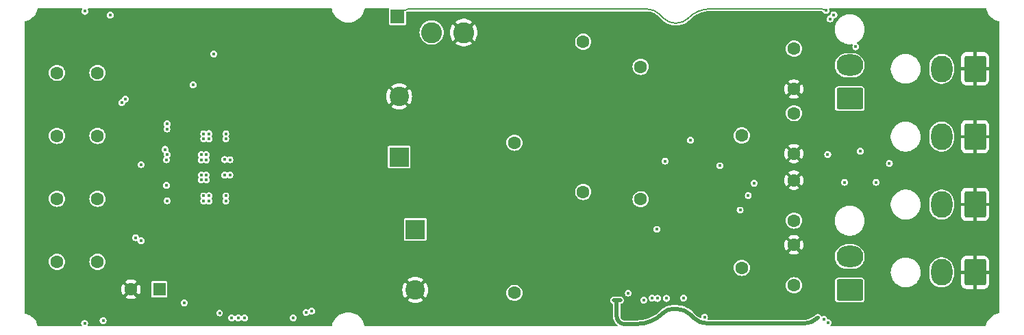
<source format=gbr>
%TF.GenerationSoftware,KiCad,Pcbnew,8.0.4*%
%TF.CreationDate,2024-08-04T16:55:57+02:00*%
%TF.ProjectId,PowerAmplifier,506f7765-7241-46d7-906c-69666965722e,rev?*%
%TF.SameCoordinates,Original*%
%TF.FileFunction,Copper,L3,Inr*%
%TF.FilePolarity,Positive*%
%FSLAX46Y46*%
G04 Gerber Fmt 4.6, Leading zero omitted, Abs format (unit mm)*
G04 Created by KiCad (PCBNEW 8.0.4) date 2024-08-04 16:55:57*
%MOMM*%
%LPD*%
G01*
G04 APERTURE LIST*
G04 Aperture macros list*
%AMRoundRect*
0 Rectangle with rounded corners*
0 $1 Rounding radius*
0 $2 $3 $4 $5 $6 $7 $8 $9 X,Y pos of 4 corners*
0 Add a 4 corners polygon primitive as box body*
4,1,4,$2,$3,$4,$5,$6,$7,$8,$9,$2,$3,0*
0 Add four circle primitives for the rounded corners*
1,1,$1+$1,$2,$3*
1,1,$1+$1,$4,$5*
1,1,$1+$1,$6,$7*
1,1,$1+$1,$8,$9*
0 Add four rect primitives between the rounded corners*
20,1,$1+$1,$2,$3,$4,$5,0*
20,1,$1+$1,$4,$5,$6,$7,0*
20,1,$1+$1,$6,$7,$8,$9,0*
20,1,$1+$1,$8,$9,$2,$3,0*%
G04 Aperture macros list end*
%TA.AperFunction,ComponentPad*%
%ADD10RoundRect,0.250000X-1.070000X1.400000X-1.070000X-1.400000X1.070000X-1.400000X1.070000X1.400000X0*%
%TD*%
%TA.AperFunction,ComponentPad*%
%ADD11O,2.640000X3.300000*%
%TD*%
%TA.AperFunction,ComponentPad*%
%ADD12C,1.600000*%
%TD*%
%TA.AperFunction,ComponentPad*%
%ADD13R,2.400000X2.400000*%
%TD*%
%TA.AperFunction,ComponentPad*%
%ADD14C,2.400000*%
%TD*%
%TA.AperFunction,ComponentPad*%
%ADD15R,1.700000X1.700000*%
%TD*%
%TA.AperFunction,ComponentPad*%
%ADD16RoundRect,0.250000X1.400000X1.070000X-1.400000X1.070000X-1.400000X-1.070000X1.400000X-1.070000X0*%
%TD*%
%TA.AperFunction,ComponentPad*%
%ADD17O,3.300000X2.640000*%
%TD*%
%TA.AperFunction,ComponentPad*%
%ADD18C,2.600000*%
%TD*%
%TA.AperFunction,ComponentPad*%
%ADD19R,1.600000X1.600000*%
%TD*%
%TA.AperFunction,ViaPad*%
%ADD20C,0.450000*%
%TD*%
%TA.AperFunction,ViaPad*%
%ADD21C,0.400000*%
%TD*%
%TA.AperFunction,Conductor*%
%ADD22C,0.500000*%
%TD*%
%TA.AperFunction,Conductor*%
%ADD23C,0.150000*%
%TD*%
G04 APERTURE END LIST*
D10*
%TO.N,GND*%
%TO.C,J4*%
X207500000Y-96200000D03*
D11*
%TO.N,/Controller/B_SENSE-*%
X203360000Y-96200000D03*
%TD*%
D12*
%TO.N,GND*%
%TO.C,C16*%
X185100000Y-98300000D03*
%TO.N,/Controller/B_SENSE+*%
X185100000Y-93300000D03*
%TD*%
D13*
%TO.N,PVDD*%
%TO.C,C15*%
X136300000Y-98712755D03*
D14*
%TO.N,GND*%
X136300000Y-91212755D03*
%TD*%
D12*
%TO.N,/OUT_C*%
%TO.C,L3*%
X166150000Y-103950000D03*
%TO.N,/Controller/C_SENSE+*%
X178650000Y-112450000D03*
%TD*%
%TO.N,/Controller/C_SENSE+*%
%TO.C,C27*%
X185100000Y-106600000D03*
%TO.N,GND*%
X185100000Y-101600000D03*
%TD*%
%TO.N,GND*%
%TO.C,C32*%
X185100000Y-109600000D03*
%TO.N,/Controller/D_SENSE+*%
X185100000Y-114600000D03*
%TD*%
D13*
%TO.N,PVDD*%
%TO.C,C23*%
X138300000Y-107687246D03*
D14*
%TO.N,GND*%
X138300000Y-115187246D03*
%TD*%
D12*
%TO.N,/OUT_D*%
%TO.C,L4*%
X150550000Y-115550000D03*
%TO.N,/Controller/D_SENSE+*%
X159050000Y-103050000D03*
%TD*%
%TO.N,/Controller/A_SENSE+*%
%TO.C,C11*%
X185100000Y-85300000D03*
%TO.N,GND*%
X185100000Y-90300000D03*
%TD*%
D10*
%TO.N,GND*%
%TO.C,J1*%
X207500000Y-87800000D03*
D11*
%TO.N,/Controller/A_SENSE-*%
X203360000Y-87800000D03*
%TD*%
D15*
%TO.N,Net-(J13-Pin_1)*%
%TO.C,J13*%
X136100000Y-81350000D03*
%TD*%
D16*
%TO.N,/Controller/D_SENSE-*%
%TO.C,J7*%
X192000000Y-115200000D03*
D17*
%TO.N,/Controller/C_SENSE-*%
X192000000Y-111060000D03*
%TD*%
D12*
%TO.N,/OUT_A*%
%TO.C,L1*%
X150550000Y-96950000D03*
%TO.N,/Controller/A_SENSE+*%
X159050000Y-84450000D03*
%TD*%
%TO.N,/OUT_B*%
%TO.C,L2*%
X166150000Y-87550000D03*
%TO.N,/Controller/B_SENSE+*%
X178650000Y-96050000D03*
%TD*%
D10*
%TO.N,GND*%
%TO.C,J5*%
X207500000Y-104600000D03*
D11*
%TO.N,/Controller/C_SENSE-*%
X203360000Y-104600000D03*
%TD*%
D18*
%TO.N,PVDD*%
%TO.C,J9*%
X140318800Y-83300000D03*
%TO.N,GND*%
X144281200Y-83300000D03*
%TD*%
D10*
%TO.N,GND*%
%TO.C,J8*%
X207500000Y-113000000D03*
D11*
%TO.N,/Controller/D_SENSE-*%
X203360000Y-113000000D03*
%TD*%
D16*
%TO.N,/Controller/B_SENSE-*%
%TO.C,J3*%
X192000000Y-91500000D03*
D17*
%TO.N,/Controller/A_SENSE-*%
X192000000Y-87360000D03*
%TD*%
D12*
%TO.N,Net-(C1-Pad2)*%
%TO.C,C14*%
X94000000Y-96100000D03*
%TO.N,Net-(U1-INPUT_B)*%
X99000000Y-96100000D03*
%TD*%
%TO.N,Net-(C13-Pad1)*%
%TO.C,C13*%
X94000000Y-88300000D03*
%TO.N,Net-(U1-INPUT_A)*%
X99000000Y-88300000D03*
%TD*%
%TO.N,Net-(C29-Pad1)*%
%TO.C,C29*%
X94000000Y-103900000D03*
%TO.N,Net-(U1-INPUT_C)*%
X99000000Y-103900000D03*
%TD*%
D19*
%TO.N,+12V*%
%TO.C,C5*%
X106652651Y-115100000D03*
D12*
%TO.N,GND*%
X103152651Y-115100000D03*
%TD*%
%TO.N,Net-(C31-Pad1)*%
%TO.C,C31*%
X94000000Y-111700000D03*
%TO.N,Net-(U1-INPUT_D)*%
X99000000Y-111700000D03*
%TD*%
D20*
%TO.N,Net-(U8-PC1)*%
X175934887Y-99800000D03*
%TO.N,GND*%
X171400000Y-101000000D03*
%TO.N,+12V*%
X109739085Y-116756141D03*
%TO.N,GND*%
X93000000Y-83400000D03*
X90600000Y-91000000D03*
X90600000Y-108800000D03*
X93400000Y-117000000D03*
X107800000Y-105560000D03*
X111600000Y-97100000D03*
X111600000Y-102900000D03*
X115480000Y-99980000D03*
X114800000Y-99980000D03*
X119700000Y-100900000D03*
X118900000Y-100900000D03*
X119700000Y-99200000D03*
X118900000Y-99200000D03*
X117400000Y-100900000D03*
X116600000Y-100900000D03*
X117400000Y-99200000D03*
X116600000Y-99200000D03*
X111800000Y-99710000D03*
X111790000Y-100270000D03*
X112460000Y-100290000D03*
X112480000Y-99720000D03*
X114970000Y-94540000D03*
X114970000Y-95130000D03*
X112530000Y-94520000D03*
X112530000Y-95130000D03*
X114300000Y-94700000D03*
X113200000Y-94700000D03*
X113750000Y-95140000D03*
X115010000Y-105530000D03*
X115010000Y-104880000D03*
X112550000Y-104840000D03*
X112520000Y-105470000D03*
X114290000Y-104860000D03*
X113740000Y-105300000D03*
X113210000Y-104860000D03*
X108180000Y-97610000D03*
X107750000Y-100950000D03*
X107750000Y-100320000D03*
X104980000Y-100620000D03*
%TO.N,+12V*%
X102433225Y-91543974D03*
X102000000Y-92000000D03*
X104400000Y-109100000D03*
X103700000Y-108700000D03*
%TO.N,GND*%
X107780000Y-108120000D03*
X103190000Y-105260000D03*
X103070000Y-101620000D03*
X103030000Y-98570000D03*
X103160000Y-93920000D03*
X106270000Y-90510000D03*
X114820000Y-82420000D03*
X105470000Y-84550000D03*
X136540000Y-85660000D03*
X135750000Y-84630000D03*
X194520000Y-118990000D03*
X191710000Y-108810000D03*
X172340000Y-94270000D03*
X98550000Y-118110000D03*
X101180000Y-117910000D03*
X124750000Y-91760000D03*
X130550000Y-99350000D03*
X188380000Y-83680000D03*
X190420000Y-97050000D03*
X188650000Y-101500000D03*
X169510000Y-108940000D03*
X110720000Y-114290000D03*
X121610000Y-116900000D03*
X120043503Y-117256497D03*
X111840000Y-118430000D03*
X145720000Y-112230000D03*
X141990000Y-102000000D03*
X153950000Y-89470000D03*
X164040000Y-82370000D03*
X170890000Y-84590000D03*
X189730000Y-90430000D03*
X190420000Y-88720000D03*
X201380000Y-97500000D03*
X201410000Y-111040000D03*
X194220000Y-113170000D03*
X196220000Y-89280000D03*
X191630000Y-93730000D03*
X190810000Y-95370000D03*
X198890000Y-99830000D03*
X194390000Y-100230000D03*
X197770000Y-101090000D03*
X193310000Y-101950000D03*
X193290000Y-104340000D03*
X194800000Y-106570000D03*
X188380000Y-103110000D03*
X187670000Y-98770000D03*
X175100000Y-92410000D03*
X177820000Y-90070000D03*
X180910000Y-81560000D03*
X186190000Y-81940000D03*
X183360000Y-89310000D03*
X180550000Y-89050000D03*
X177850000Y-92680000D03*
X169200000Y-97675000D03*
X175425000Y-95200000D03*
X177430000Y-99830000D03*
X181570000Y-99320000D03*
X180090000Y-100750000D03*
X171360000Y-102450000D03*
X167890000Y-106060000D03*
X172450000Y-108650000D03*
X175710000Y-112780000D03*
X186120000Y-117480000D03*
X184720000Y-118680000D03*
X155760000Y-105270000D03*
X159560000Y-112530000D03*
X154390000Y-113830000D03*
X158560000Y-114500000D03*
X157070000Y-114500000D03*
X158560000Y-115500000D03*
X157070000Y-115500000D03*
X158560000Y-116500000D03*
X157070000Y-116500000D03*
X163500000Y-114800000D03*
X109170000Y-89800000D03*
%TO.N,/DVDD*%
X104425000Y-99650000D03*
%TO.N,+3.3VA*%
X188070000Y-118610000D03*
X163629141Y-116449340D03*
X189275000Y-98400000D03*
X162812283Y-116449340D03*
X193300000Y-97990000D03*
X196900000Y-99525000D03*
X192740000Y-85070000D03*
%TO.N,+3.3V*%
X168150000Y-107675000D03*
X169200000Y-99225000D03*
%TO.N,/Controller/A_SENSE-*%
X190040000Y-81100000D03*
X97480000Y-80670000D03*
%TO.N,/Controller/B_SENSE-*%
X100580000Y-81160000D03*
X189550000Y-81610000D03*
%TO.N,/Controller/C_SENSE-*%
X99710000Y-118960000D03*
X188780000Y-118810000D03*
%TO.N,/Controller/D_SENSE-*%
X189320000Y-119210000D03*
X97420000Y-119310000D03*
%TO.N,Net-(JP1-B)*%
X107370000Y-97780000D03*
%TO.N,/~{FAULT}*%
X116400000Y-118630000D03*
X167540000Y-116180000D03*
%TO.N,/~{CLIP_OTW}*%
X115600000Y-118630000D03*
X166520000Y-116420000D03*
%TO.N,/M1*%
X107630000Y-94600000D03*
%TO.N,/~{RESET}*%
X168240000Y-116230000D03*
X117210000Y-118660000D03*
X107600000Y-104130001D03*
%TO.N,/M2*%
X107590000Y-95240000D03*
%TO.N,/OSC_IOM*%
X107640000Y-98410000D03*
%TO.N,/OSC_IOP*%
X107510000Y-99050000D03*
%TO.N,Net-(M1-+)*%
X113400000Y-85950000D03*
%TO.N,/OUT_A*%
X112140000Y-96470000D03*
X112780000Y-95830000D03*
X112780000Y-96470000D03*
X114870000Y-95830000D03*
X112140000Y-95830000D03*
X114870000Y-96470000D03*
%TO.N,/OUT_C*%
X115370000Y-100950000D03*
X114730000Y-100950000D03*
X111830000Y-100930000D03*
X112470000Y-101570000D03*
X112470000Y-100930000D03*
X111830000Y-101570000D03*
%TO.N,/OUT_B*%
X111830000Y-98430000D03*
X115370000Y-99050000D03*
X114730000Y-99040000D03*
X111830000Y-99070000D03*
X112470000Y-98430000D03*
X112470000Y-99070000D03*
%TO.N,/OUT_D*%
X114870000Y-104170000D03*
X112780000Y-103530000D03*
X114870000Y-103530000D03*
X112140000Y-103530000D03*
X112140000Y-104170000D03*
X112780000Y-104170000D03*
%TO.N,Net-(J13-Pin_1)*%
X189060000Y-80580000D03*
X180180000Y-101960000D03*
%TO.N,/Controller/I2C_~{INT}*%
X169340000Y-116230000D03*
X125470000Y-117800000D03*
%TO.N,/Controller/I2C_SCL*%
X124780000Y-117960000D03*
X171440000Y-116170000D03*
%TO.N,/Controller/I2C_SDA*%
X174050000Y-118590000D03*
X123220000Y-118630000D03*
%TO.N,Net-(U1-C_START)*%
X107530000Y-102220000D03*
%TO.N,Net-(J15-Pin_5)*%
X172325000Y-96650000D03*
X164630000Y-115570000D03*
%TO.N,Net-(R27-Pad2)*%
X110820000Y-89800000D03*
D21*
%TO.N,Net-(U10-EN)*%
X114100000Y-118040000D03*
D20*
%TO.N,Net-(U3C--)*%
X179450000Y-103500000D03*
X195250000Y-101850000D03*
%TO.N,Net-(U3D--)*%
X178450000Y-105300000D03*
X191350000Y-101850000D03*
%TD*%
D22*
%TO.N,+3.3VA*%
X163200000Y-116449340D02*
X163200000Y-118439879D01*
X174420000Y-119340000D02*
X186307625Y-119340000D01*
X163490000Y-119140000D02*
X163495441Y-119145441D01*
X164110000Y-119400000D02*
X165646670Y-119400000D01*
X172640000Y-118570000D02*
X172695822Y-118625822D01*
X163200000Y-116449340D02*
X163629141Y-116449340D01*
X170161248Y-117530000D02*
X170610000Y-117530000D01*
X172300035Y-118230036D02*
X172640000Y-118570000D01*
X162812283Y-116449340D02*
X163200000Y-116449340D01*
X163200000Y-118439879D02*
G75*
G03*
X163489994Y-119140006I990100J-21D01*
G01*
X165646670Y-119400000D02*
G75*
G03*
X168930009Y-118040009I30J4643300D01*
G01*
X172695822Y-118625822D02*
G75*
G03*
X174420000Y-119339987I1724178J1724222D01*
G01*
X186307625Y-119340000D02*
G75*
G03*
X188069993Y-118609993I-25J2492400D01*
G01*
X170610000Y-117530000D02*
G75*
G02*
X172300041Y-118230030I0J-2390100D01*
G01*
X168930000Y-118040000D02*
G75*
G02*
X170161248Y-117530020I1231200J-1231200D01*
G01*
X163495441Y-119145441D02*
G75*
G03*
X164110000Y-119400005I614559J614541D01*
G01*
D23*
%TO.N,Net-(J13-Pin_1)*%
X172019325Y-81530675D02*
X172044142Y-81505858D01*
X168507610Y-81057610D02*
X168980675Y-81530675D01*
X174762203Y-80380000D02*
X188577158Y-80380000D01*
X137380000Y-80400000D02*
X166920000Y-80400000D01*
X136100000Y-81350000D02*
X136816655Y-80633345D01*
X166920000Y-80400000D02*
G75*
G02*
X168507606Y-81057614I0J-2245200D01*
G01*
X170500000Y-82160000D02*
G75*
G03*
X172019315Y-81530665I0J2148600D01*
G01*
X188577158Y-80380000D02*
G75*
G02*
X189060013Y-80579987I42J-682800D01*
G01*
X172044142Y-81505858D02*
G75*
G02*
X174762203Y-80379997I2718058J-2718042D01*
G01*
X168980675Y-81530675D02*
G75*
G03*
X170500000Y-82159985I1519325J1519375D01*
G01*
X136816655Y-80633345D02*
G75*
G02*
X137380000Y-80400003I563345J-563355D01*
G01*
%TD*%
%TA.AperFunction,Conductor*%
%TO.N,GND*%
G36*
X97123048Y-80322174D02*
G01*
X97144722Y-80374500D01*
X97132875Y-80410958D01*
X97134116Y-80411591D01*
X97131472Y-80416779D01*
X97131472Y-80416780D01*
X97128930Y-80421769D01*
X97070281Y-80536873D01*
X97070280Y-80536873D01*
X97049196Y-80670000D01*
X97070280Y-80803126D01*
X97123095Y-80906780D01*
X97131472Y-80923220D01*
X97226780Y-81018528D01*
X97346873Y-81079718D01*
X97346873Y-81079719D01*
X97365075Y-81082601D01*
X97480000Y-81100804D01*
X97613126Y-81079719D01*
X97733220Y-81018528D01*
X97828528Y-80923220D01*
X97889719Y-80803126D01*
X97910804Y-80670000D01*
X97889719Y-80536874D01*
X97889719Y-80536873D01*
X97831070Y-80421769D01*
X97828528Y-80416780D01*
X97828527Y-80416779D01*
X97825884Y-80411591D01*
X97827656Y-80410687D01*
X97816189Y-80362924D01*
X97845782Y-80314633D01*
X97889278Y-80300500D01*
X127907000Y-80300500D01*
X127959326Y-80322174D01*
X127980311Y-80364424D01*
X127987696Y-80418159D01*
X128063379Y-80688273D01*
X128175137Y-80945566D01*
X128175142Y-80945576D01*
X128320883Y-81185237D01*
X128320895Y-81185254D01*
X128423830Y-81311777D01*
X128497919Y-81402845D01*
X128702931Y-81594312D01*
X128932104Y-81756081D01*
X129181170Y-81885136D01*
X129181173Y-81885137D01*
X129181175Y-81885138D01*
X129445479Y-81979072D01*
X129445486Y-81979073D01*
X129445489Y-81979075D01*
X129445492Y-81979075D01*
X129445497Y-81979077D01*
X129720126Y-82036146D01*
X129720134Y-82036147D01*
X129720138Y-82036148D01*
X129720140Y-82036148D01*
X129720146Y-82036149D01*
X129999993Y-82055291D01*
X130000000Y-82055291D01*
X130000007Y-82055291D01*
X130279853Y-82036149D01*
X130279857Y-82036148D01*
X130279862Y-82036148D01*
X130279868Y-82036146D01*
X130279873Y-82036146D01*
X130554502Y-81979077D01*
X130554503Y-81979076D01*
X130554511Y-81979075D01*
X130554517Y-81979072D01*
X130554520Y-81979072D01*
X130818824Y-81885138D01*
X130818823Y-81885138D01*
X130818830Y-81885136D01*
X131067896Y-81756081D01*
X131297069Y-81594312D01*
X131502081Y-81402845D01*
X131679111Y-81185246D01*
X131824862Y-80945568D01*
X131936620Y-80688275D01*
X132012303Y-80418161D01*
X132019689Y-80364424D01*
X132048286Y-80315537D01*
X132093000Y-80300500D01*
X135003718Y-80300500D01*
X135056044Y-80322174D01*
X135077718Y-80374500D01*
X135065246Y-80415614D01*
X135061133Y-80421768D01*
X135061133Y-80421769D01*
X135049500Y-80480252D01*
X135049500Y-82219748D01*
X135056413Y-82254503D01*
X135061133Y-82278232D01*
X135086258Y-82315833D01*
X135105448Y-82344552D01*
X135149560Y-82374027D01*
X135171767Y-82388866D01*
X135171768Y-82388866D01*
X135171769Y-82388867D01*
X135230252Y-82400500D01*
X135230254Y-82400500D01*
X136969746Y-82400500D01*
X136969748Y-82400500D01*
X137028231Y-82388867D01*
X137094552Y-82344552D01*
X137138867Y-82278231D01*
X137150500Y-82219748D01*
X137150500Y-80779173D01*
X137172174Y-80726847D01*
X137203016Y-80708360D01*
X137271354Y-80687630D01*
X137285569Y-80684803D01*
X137376416Y-80675855D01*
X137383667Y-80675500D01*
X137428578Y-80675500D01*
X166871422Y-80675500D01*
X166917917Y-80675500D01*
X166922065Y-80675615D01*
X167136400Y-80687652D01*
X167144636Y-80688581D01*
X167350322Y-80723529D01*
X167354201Y-80724188D01*
X167362291Y-80726034D01*
X167380049Y-80731150D01*
X167566573Y-80784887D01*
X167574386Y-80787621D01*
X167770806Y-80868982D01*
X167778249Y-80872567D01*
X167964322Y-80975406D01*
X167971335Y-80979813D01*
X168144713Y-81102832D01*
X168151187Y-81107996D01*
X168231409Y-81179687D01*
X168311323Y-81251104D01*
X168314339Y-81253955D01*
X168357558Y-81297174D01*
X168357560Y-81297175D01*
X168747300Y-81686915D01*
X168747303Y-81686919D01*
X168751519Y-81691135D01*
X168751520Y-81691137D01*
X168764186Y-81703803D01*
X168764200Y-81703837D01*
X168882123Y-81821758D01*
X168882127Y-81821762D01*
X169094986Y-81991505D01*
X169095000Y-81991516D01*
X169325543Y-82136372D01*
X169570855Y-82254506D01*
X169827852Y-82344430D01*
X170093300Y-82405016D01*
X170363863Y-82435500D01*
X170451422Y-82435500D01*
X170469334Y-82435500D01*
X170469368Y-82435514D01*
X170500000Y-82435514D01*
X170636133Y-82435514D01*
X170636138Y-82435514D01*
X170906702Y-82405028D01*
X171172152Y-82344440D01*
X171429149Y-82254511D01*
X171674460Y-82136372D01*
X171905001Y-81991510D01*
X172117873Y-81821745D01*
X172194192Y-81745422D01*
X172194195Y-81745420D01*
X172204599Y-81735015D01*
X172204601Y-81735015D01*
X172222973Y-81716642D01*
X172237684Y-81701931D01*
X172240276Y-81699463D01*
X172338983Y-81610000D01*
X189119196Y-81610000D01*
X189140280Y-81743126D01*
X189189859Y-81840429D01*
X189201472Y-81863220D01*
X189296780Y-81958528D01*
X189416873Y-82019718D01*
X189416873Y-82019719D01*
X189435075Y-82022601D01*
X189550000Y-82040804D01*
X189683126Y-82019719D01*
X189803220Y-81958528D01*
X189898528Y-81863220D01*
X189959719Y-81743126D01*
X189980804Y-81610000D01*
X189980804Y-81609999D01*
X189980804Y-81604176D01*
X189984191Y-81604176D01*
X189994800Y-81559924D01*
X190043082Y-81530316D01*
X190043090Y-81530314D01*
X190173126Y-81509719D01*
X190293220Y-81448528D01*
X190388528Y-81353220D01*
X190449719Y-81233126D01*
X190470804Y-81100000D01*
X190449719Y-80966874D01*
X190449719Y-80966873D01*
X190388528Y-80846780D01*
X190293219Y-80751471D01*
X190173126Y-80690281D01*
X190173126Y-80690280D01*
X190040000Y-80669196D01*
X189906873Y-80690280D01*
X189906873Y-80690281D01*
X189786780Y-80751471D01*
X189691471Y-80846780D01*
X189630281Y-80966873D01*
X189630280Y-80966873D01*
X189609196Y-81100000D01*
X189609196Y-81105824D01*
X189605827Y-81105824D01*
X189595153Y-81150139D01*
X189546895Y-81179687D01*
X189416873Y-81200281D01*
X189296780Y-81261471D01*
X189201471Y-81356780D01*
X189140281Y-81476873D01*
X189140280Y-81476873D01*
X189119196Y-81610000D01*
X172338983Y-81610000D01*
X172495740Y-81467923D01*
X172501332Y-81463334D01*
X172776780Y-81259047D01*
X172782802Y-81255023D01*
X173076963Y-81078709D01*
X173083336Y-81075303D01*
X173393351Y-80928676D01*
X173400039Y-80925906D01*
X173722941Y-80810369D01*
X173729850Y-80808273D01*
X174062528Y-80724942D01*
X174069615Y-80723532D01*
X174408854Y-80673211D01*
X174416048Y-80672502D01*
X174760330Y-80655588D01*
X174763961Y-80655500D01*
X174810781Y-80655500D01*
X188521928Y-80655500D01*
X188521962Y-80655502D01*
X188528593Y-80655501D01*
X188528597Y-80655503D01*
X188573544Y-80655500D01*
X188580781Y-80655854D01*
X188585260Y-80656295D01*
X188635214Y-80682983D01*
X188646558Y-80708207D01*
X188648480Y-80707583D01*
X188650282Y-80713128D01*
X188700390Y-80811472D01*
X188711472Y-80833220D01*
X188806780Y-80928528D01*
X188926873Y-80989718D01*
X188926873Y-80989719D01*
X188945075Y-80992601D01*
X189060000Y-81010804D01*
X189193126Y-80989719D01*
X189313220Y-80928528D01*
X189408528Y-80833220D01*
X189469719Y-80713126D01*
X189490804Y-80580000D01*
X189469719Y-80446874D01*
X189449959Y-80408094D01*
X189445516Y-80351633D01*
X189482298Y-80308566D01*
X189515894Y-80300500D01*
X208807766Y-80300500D01*
X208860092Y-80322174D01*
X208881133Y-80364845D01*
X208882015Y-80371552D01*
X208882016Y-80371557D01*
X208882017Y-80371563D01*
X208882018Y-80371565D01*
X208892501Y-80410687D01*
X208946497Y-80612205D01*
X209041834Y-80842369D01*
X209041835Y-80842372D01*
X209166398Y-81058123D01*
X209166402Y-81058129D01*
X209275479Y-81200281D01*
X209318062Y-81255776D01*
X209494224Y-81431938D01*
X209552785Y-81476873D01*
X209691870Y-81583597D01*
X209691876Y-81583601D01*
X209737599Y-81609999D01*
X209907627Y-81708164D01*
X210137793Y-81803502D01*
X210378435Y-81867982D01*
X210378437Y-81867982D01*
X210378440Y-81867983D01*
X210378439Y-81867983D01*
X210385156Y-81868867D01*
X210434207Y-81897184D01*
X210449500Y-81942234D01*
X210449500Y-118007334D01*
X210427826Y-118059660D01*
X210385161Y-118080701D01*
X210368660Y-118082873D01*
X210121690Y-118149049D01*
X210121683Y-118149051D01*
X209885473Y-118246892D01*
X209885465Y-118246895D01*
X209664038Y-118374736D01*
X209664032Y-118374740D01*
X209461186Y-118530390D01*
X209280390Y-118711186D01*
X209124740Y-118914032D01*
X209124736Y-118914038D01*
X208996895Y-119135465D01*
X208996892Y-119135473D01*
X208899051Y-119371683D01*
X208899049Y-119371690D01*
X208832873Y-119618662D01*
X208830702Y-119635158D01*
X208802384Y-119684207D01*
X208757335Y-119699500D01*
X189604778Y-119699500D01*
X189552452Y-119677826D01*
X189530778Y-119625500D01*
X189552452Y-119573174D01*
X189571176Y-119559569D01*
X189573220Y-119558528D01*
X189668528Y-119463220D01*
X189729719Y-119343126D01*
X189750804Y-119210000D01*
X189729963Y-119078412D01*
X189729719Y-119076873D01*
X189668528Y-118956780D01*
X189573219Y-118861471D01*
X189453126Y-118800281D01*
X189453126Y-118800280D01*
X189320000Y-118779196D01*
X189319999Y-118779196D01*
X189281804Y-118785245D01*
X189226732Y-118772023D01*
X189197140Y-118723731D01*
X189196790Y-118721524D01*
X189193461Y-118700500D01*
X189189719Y-118676873D01*
X189189718Y-118676872D01*
X189186769Y-118671085D01*
X189128528Y-118556780D01*
X189033220Y-118461472D01*
X189033219Y-118461471D01*
X188913126Y-118400281D01*
X188913126Y-118400280D01*
X188780000Y-118379196D01*
X188646875Y-118400280D01*
X188572085Y-118438387D01*
X188515623Y-118442830D01*
X188474406Y-118409452D01*
X188430489Y-118333387D01*
X188346613Y-118249511D01*
X188346610Y-118249509D01*
X188346609Y-118249508D01*
X188243887Y-118190201D01*
X188243882Y-118190199D01*
X188129311Y-118159500D01*
X188129309Y-118159500D01*
X188010691Y-118159500D01*
X188010689Y-118159500D01*
X187896117Y-118190199D01*
X187896112Y-118190201D01*
X187793388Y-118249510D01*
X187752920Y-118289975D01*
X187749906Y-118292825D01*
X187583805Y-118441262D01*
X187577317Y-118446435D01*
X187397353Y-118574127D01*
X187390327Y-118578542D01*
X187356650Y-118597155D01*
X187197195Y-118685282D01*
X187189725Y-118688881D01*
X186985851Y-118773329D01*
X186978018Y-118776070D01*
X186765970Y-118837161D01*
X186757880Y-118839007D01*
X186540343Y-118875970D01*
X186532097Y-118876900D01*
X186309845Y-118889384D01*
X186305695Y-118889500D01*
X174495704Y-118889500D01*
X174443378Y-118867826D01*
X174421704Y-118815500D01*
X174429768Y-118781907D01*
X174459719Y-118723126D01*
X174480804Y-118590000D01*
X174459719Y-118456874D01*
X174459719Y-118456873D01*
X174398528Y-118336780D01*
X174303219Y-118241471D01*
X174183126Y-118180281D01*
X174183126Y-118180280D01*
X174050000Y-118159196D01*
X173916873Y-118180280D01*
X173916873Y-118180281D01*
X173796780Y-118241471D01*
X173701471Y-118336780D01*
X173640281Y-118456873D01*
X173640280Y-118456873D01*
X173619196Y-118590000D01*
X173619196Y-118590002D01*
X173619235Y-118590249D01*
X173619196Y-118590411D01*
X173619196Y-118595824D01*
X173617896Y-118595824D01*
X173606009Y-118645320D01*
X173557715Y-118674909D01*
X173510351Y-118666586D01*
X173366028Y-118586824D01*
X173359001Y-118582409D01*
X173226118Y-118488125D01*
X173183968Y-118458218D01*
X173177482Y-118453046D01*
X173167389Y-118444027D01*
X173086036Y-118371327D01*
X173016096Y-118308827D01*
X173013079Y-118305975D01*
X172640264Y-117933160D01*
X172640256Y-117933141D01*
X172519912Y-117812798D01*
X172342098Y-117666873D01*
X172304168Y-117635745D01*
X172072107Y-117480689D01*
X172072099Y-117480684D01*
X172072093Y-117480681D01*
X171825970Y-117349127D01*
X171825964Y-117349124D01*
X171568126Y-117242326D01*
X171568119Y-117242323D01*
X171568113Y-117242321D01*
X171301035Y-117161304D01*
X171301033Y-117161303D01*
X171301028Y-117161302D01*
X171027307Y-117106856D01*
X170789227Y-117083408D01*
X170749548Y-117079500D01*
X170669309Y-117079500D01*
X170101939Y-117079500D01*
X170097371Y-117079500D01*
X170097074Y-117079518D01*
X170038178Y-117079518D01*
X170038177Y-117079518D01*
X170038174Y-117079518D01*
X169793549Y-117107075D01*
X169793546Y-117107075D01*
X169793543Y-117107076D01*
X169553550Y-117161848D01*
X169553549Y-117161848D01*
X169321185Y-117243151D01*
X169099386Y-117349962D01*
X169099385Y-117349962D01*
X168890950Y-117480929D01*
X168698476Y-117634421D01*
X168653387Y-117679510D01*
X168653386Y-117679512D01*
X168612595Y-117720300D01*
X168610265Y-117722531D01*
X168344143Y-117966387D01*
X168339197Y-117970536D01*
X168054144Y-118189264D01*
X168048856Y-118192967D01*
X167745811Y-118386028D01*
X167740220Y-118389256D01*
X167421499Y-118555170D01*
X167415648Y-118557898D01*
X167083689Y-118695398D01*
X167077623Y-118697606D01*
X166734938Y-118805654D01*
X166728702Y-118807325D01*
X166377902Y-118885093D01*
X166371544Y-118886214D01*
X166015308Y-118933111D01*
X166008878Y-118933674D01*
X165736329Y-118945573D01*
X165647974Y-118949430D01*
X165644755Y-118949500D01*
X164113640Y-118949500D01*
X164106386Y-118949144D01*
X164035586Y-118942170D01*
X164021359Y-118939340D01*
X163956779Y-118919750D01*
X163943376Y-118914198D01*
X163883861Y-118882386D01*
X163871799Y-118874326D01*
X163816778Y-118829170D01*
X163811398Y-118824294D01*
X163811122Y-118824018D01*
X163806245Y-118818637D01*
X163746068Y-118745310D01*
X163738009Y-118733248D01*
X163731744Y-118721526D01*
X163695017Y-118652814D01*
X163689467Y-118639416D01*
X163689105Y-118638222D01*
X163662990Y-118552129D01*
X163660162Y-118537911D01*
X163650855Y-118443397D01*
X163650500Y-118436155D01*
X163650500Y-118416398D01*
X163650501Y-118380579D01*
X163650500Y-118380575D01*
X163650500Y-116966791D01*
X163672174Y-116914465D01*
X163705347Y-116895313D01*
X163803023Y-116869140D01*
X163803022Y-116869140D01*
X163803027Y-116869139D01*
X163905754Y-116809829D01*
X163989630Y-116725953D01*
X164048940Y-116623226D01*
X164079640Y-116508651D01*
X164079641Y-116508651D01*
X164079641Y-116420000D01*
X166089196Y-116420000D01*
X166110280Y-116553126D01*
X166171254Y-116672793D01*
X166171472Y-116673220D01*
X166266780Y-116768528D01*
X166386873Y-116829718D01*
X166386873Y-116829719D01*
X166405075Y-116832601D01*
X166520000Y-116850804D01*
X166653126Y-116829719D01*
X166773220Y-116768528D01*
X166868528Y-116673220D01*
X166929719Y-116553126D01*
X166950804Y-116420000D01*
X166929719Y-116286874D01*
X166929719Y-116286873D01*
X166875264Y-116180000D01*
X167109196Y-116180000D01*
X167130280Y-116313126D01*
X167191471Y-116433219D01*
X167191472Y-116433220D01*
X167286780Y-116528528D01*
X167406873Y-116589718D01*
X167406873Y-116589719D01*
X167422223Y-116592150D01*
X167540000Y-116610804D01*
X167673126Y-116589719D01*
X167793220Y-116528528D01*
X167812674Y-116509073D01*
X167864996Y-116487399D01*
X167917323Y-116509071D01*
X167986780Y-116578528D01*
X168106873Y-116639718D01*
X168106873Y-116639719D01*
X168125075Y-116642601D01*
X168240000Y-116660804D01*
X168373126Y-116639719D01*
X168493220Y-116578528D01*
X168588528Y-116483220D01*
X168649719Y-116363126D01*
X168670804Y-116230000D01*
X168909196Y-116230000D01*
X168930280Y-116363126D01*
X168991300Y-116482883D01*
X168991472Y-116483220D01*
X169086780Y-116578528D01*
X169206873Y-116639718D01*
X169206873Y-116639719D01*
X169225075Y-116642601D01*
X169340000Y-116660804D01*
X169473126Y-116639719D01*
X169593220Y-116578528D01*
X169688528Y-116483220D01*
X169749719Y-116363126D01*
X169770804Y-116230000D01*
X169761301Y-116170000D01*
X171009196Y-116170000D01*
X171030280Y-116303126D01*
X171089831Y-116420000D01*
X171091472Y-116423220D01*
X171186780Y-116518528D01*
X171306873Y-116579718D01*
X171306873Y-116579719D01*
X171325075Y-116582601D01*
X171440000Y-116600804D01*
X171573126Y-116579719D01*
X171693220Y-116518528D01*
X171788528Y-116423220D01*
X171849719Y-116303126D01*
X171870804Y-116170000D01*
X171849719Y-116036874D01*
X171849719Y-116036873D01*
X171788528Y-115916780D01*
X171693219Y-115821471D01*
X171573126Y-115760281D01*
X171573126Y-115760280D01*
X171440000Y-115739196D01*
X171306873Y-115760280D01*
X171306873Y-115760281D01*
X171186780Y-115821471D01*
X171091471Y-115916780D01*
X171030281Y-116036873D01*
X171030280Y-116036873D01*
X171009196Y-116170000D01*
X169761301Y-116170000D01*
X169749719Y-116096874D01*
X169749719Y-116096873D01*
X169688528Y-115976780D01*
X169593219Y-115881471D01*
X169473126Y-115820281D01*
X169473126Y-115820280D01*
X169340000Y-115799196D01*
X169206873Y-115820280D01*
X169206873Y-115820281D01*
X169086780Y-115881471D01*
X168991471Y-115976780D01*
X168930281Y-116096873D01*
X168930280Y-116096873D01*
X168909196Y-116230000D01*
X168670804Y-116230000D01*
X168649719Y-116096874D01*
X168649719Y-116096873D01*
X168588528Y-115976780D01*
X168493219Y-115881471D01*
X168373126Y-115820281D01*
X168373126Y-115820280D01*
X168240000Y-115799196D01*
X168106876Y-115820280D01*
X168106874Y-115820280D01*
X168106874Y-115820281D01*
X168104537Y-115821472D01*
X167986781Y-115881471D01*
X167967325Y-115900927D01*
X167914998Y-115922600D01*
X167862674Y-115900926D01*
X167793219Y-115831471D01*
X167673126Y-115770281D01*
X167673126Y-115770280D01*
X167540000Y-115749196D01*
X167406873Y-115770280D01*
X167406873Y-115770281D01*
X167286780Y-115831471D01*
X167191471Y-115926780D01*
X167130281Y-116046873D01*
X167130280Y-116046873D01*
X167109196Y-116180000D01*
X166875264Y-116180000D01*
X166868528Y-116166780D01*
X166773219Y-116071471D01*
X166653126Y-116010281D01*
X166653126Y-116010280D01*
X166520000Y-115989196D01*
X166386873Y-116010280D01*
X166386873Y-116010281D01*
X166266780Y-116071471D01*
X166171471Y-116166780D01*
X166110281Y-116286873D01*
X166110280Y-116286873D01*
X166089196Y-116420000D01*
X164079641Y-116420000D01*
X164079641Y-116390029D01*
X164079640Y-116390028D01*
X164048941Y-116275457D01*
X164048939Y-116275452D01*
X163989632Y-116172730D01*
X163989631Y-116172729D01*
X163989630Y-116172727D01*
X163905754Y-116088851D01*
X163905751Y-116088849D01*
X163905750Y-116088848D01*
X163803028Y-116029541D01*
X163803023Y-116029539D01*
X163688452Y-115998840D01*
X163688450Y-115998840D01*
X163259309Y-115998840D01*
X162752974Y-115998840D01*
X162752972Y-115998840D01*
X162638400Y-116029539D01*
X162638395Y-116029541D01*
X162535673Y-116088848D01*
X162451791Y-116172730D01*
X162392484Y-116275452D01*
X162392482Y-116275457D01*
X162361783Y-116390028D01*
X162361783Y-116508651D01*
X162392482Y-116623222D01*
X162392484Y-116623227D01*
X162451791Y-116725949D01*
X162451792Y-116725950D01*
X162451794Y-116725953D01*
X162535670Y-116809829D01*
X162638397Y-116869139D01*
X162694654Y-116884213D01*
X162739586Y-116918691D01*
X162749500Y-116955691D01*
X162749500Y-118503661D01*
X162749508Y-118503790D01*
X162749508Y-118534293D01*
X162752256Y-118555170D01*
X162774153Y-118721524D01*
X162823028Y-118903938D01*
X162823029Y-118903939D01*
X162894658Y-119076873D01*
X162895296Y-119078412D01*
X162895299Y-119078418D01*
X162895301Y-119078421D01*
X162989712Y-119241950D01*
X162989720Y-119241962D01*
X163104676Y-119391777D01*
X163104679Y-119391781D01*
X163126922Y-119414024D01*
X163126927Y-119414030D01*
X163161039Y-119448142D01*
X163161040Y-119448144D01*
X163222011Y-119509115D01*
X163222063Y-119509161D01*
X163238047Y-119525145D01*
X163287665Y-119563219D01*
X163292322Y-119566792D01*
X163320640Y-119615841D01*
X163305981Y-119670549D01*
X163256932Y-119698867D01*
X163247273Y-119699500D01*
X132093000Y-119699500D01*
X132040674Y-119677826D01*
X132019689Y-119635576D01*
X132012303Y-119581840D01*
X132006730Y-119561948D01*
X131936620Y-119311725D01*
X131824862Y-119054432D01*
X131818972Y-119044747D01*
X131679116Y-118814762D01*
X131679115Y-118814760D01*
X131679111Y-118814754D01*
X131672498Y-118806626D01*
X131576706Y-118688881D01*
X131502081Y-118597155D01*
X131500589Y-118595762D01*
X131426827Y-118526873D01*
X131297069Y-118405688D01*
X131067896Y-118243919D01*
X130818830Y-118114864D01*
X130818829Y-118114863D01*
X130818824Y-118114861D01*
X130554520Y-118020927D01*
X130554502Y-118020922D01*
X130279873Y-117963853D01*
X130279853Y-117963850D01*
X130000007Y-117944709D01*
X129999993Y-117944709D01*
X129720146Y-117963850D01*
X129720126Y-117963853D01*
X129445497Y-118020922D01*
X129445479Y-118020927D01*
X129181175Y-118114861D01*
X128932104Y-118243919D01*
X128702933Y-118405686D01*
X128497920Y-118597153D01*
X128320895Y-118814745D01*
X128320883Y-118814762D01*
X128175142Y-119054423D01*
X128175137Y-119054433D01*
X128063379Y-119311726D01*
X127987696Y-119581840D01*
X127980311Y-119635576D01*
X127951714Y-119684463D01*
X127907000Y-119699500D01*
X97810900Y-119699500D01*
X97758574Y-119677826D01*
X97736900Y-119625500D01*
X97758574Y-119573174D01*
X97768528Y-119563220D01*
X97829719Y-119443126D01*
X97850804Y-119310000D01*
X97829719Y-119176874D01*
X97829719Y-119176873D01*
X97768528Y-119056780D01*
X97673219Y-118961471D01*
X97670332Y-118960000D01*
X99279196Y-118960000D01*
X99300280Y-119093126D01*
X99359831Y-119210000D01*
X99361472Y-119213220D01*
X99456780Y-119308528D01*
X99576873Y-119369718D01*
X99576873Y-119369719D01*
X99589318Y-119371690D01*
X99710000Y-119390804D01*
X99843126Y-119369719D01*
X99963220Y-119308528D01*
X100058528Y-119213220D01*
X100119719Y-119093126D01*
X100140804Y-118960000D01*
X100119719Y-118826874D01*
X100119719Y-118826873D01*
X100058528Y-118706780D01*
X99981748Y-118630000D01*
X115169196Y-118630000D01*
X115190280Y-118763126D01*
X115251047Y-118882386D01*
X115251472Y-118883220D01*
X115346780Y-118978528D01*
X115466873Y-119039718D01*
X115466873Y-119039719D01*
X115485075Y-119042601D01*
X115600000Y-119060804D01*
X115733126Y-119039719D01*
X115853220Y-118978528D01*
X115947674Y-118884074D01*
X116000000Y-118862400D01*
X116052326Y-118884074D01*
X116146780Y-118978528D01*
X116266873Y-119039718D01*
X116266873Y-119039719D01*
X116285075Y-119042601D01*
X116400000Y-119060804D01*
X116533126Y-119039719D01*
X116653220Y-118978528D01*
X116741203Y-118890544D01*
X116793528Y-118868871D01*
X116845854Y-118890545D01*
X116859460Y-118909272D01*
X116861472Y-118913220D01*
X116956780Y-119008528D01*
X117076873Y-119069718D01*
X117076873Y-119069719D01*
X117095075Y-119072601D01*
X117210000Y-119090804D01*
X117343126Y-119069719D01*
X117463220Y-119008528D01*
X117558528Y-118913220D01*
X117619719Y-118793126D01*
X117640804Y-118660000D01*
X117636052Y-118630000D01*
X122789196Y-118630000D01*
X122810280Y-118763126D01*
X122871047Y-118882386D01*
X122871472Y-118883220D01*
X122966780Y-118978528D01*
X123086873Y-119039718D01*
X123086873Y-119039719D01*
X123105075Y-119042601D01*
X123220000Y-119060804D01*
X123353126Y-119039719D01*
X123473220Y-118978528D01*
X123568528Y-118883220D01*
X123629719Y-118763126D01*
X123650804Y-118630000D01*
X123629719Y-118496874D01*
X123629719Y-118496873D01*
X123568528Y-118376780D01*
X123473219Y-118281471D01*
X123353126Y-118220281D01*
X123353126Y-118220280D01*
X123220000Y-118199196D01*
X123086873Y-118220280D01*
X123086873Y-118220281D01*
X122966780Y-118281471D01*
X122871471Y-118376780D01*
X122810281Y-118496873D01*
X122810280Y-118496873D01*
X122789196Y-118630000D01*
X117636052Y-118630000D01*
X117619719Y-118526874D01*
X117619719Y-118526873D01*
X117558528Y-118406780D01*
X117463219Y-118311471D01*
X117343126Y-118250281D01*
X117343126Y-118250280D01*
X117210000Y-118229196D01*
X117076873Y-118250280D01*
X117076873Y-118250281D01*
X116956780Y-118311471D01*
X116868797Y-118399454D01*
X116816471Y-118421128D01*
X116764145Y-118399454D01*
X116750537Y-118380723D01*
X116748528Y-118376780D01*
X116653219Y-118281471D01*
X116533126Y-118220281D01*
X116533126Y-118220280D01*
X116400000Y-118199196D01*
X116266873Y-118220280D01*
X116266873Y-118220281D01*
X116146780Y-118281471D01*
X116146779Y-118281472D01*
X116052326Y-118375926D01*
X116000000Y-118397600D01*
X115947674Y-118375926D01*
X115853219Y-118281471D01*
X115733126Y-118220281D01*
X115733126Y-118220280D01*
X115600000Y-118199196D01*
X115466873Y-118220280D01*
X115466873Y-118220281D01*
X115346780Y-118281471D01*
X115251471Y-118376780D01*
X115190281Y-118496873D01*
X115190280Y-118496873D01*
X115169196Y-118630000D01*
X99981748Y-118630000D01*
X99963219Y-118611471D01*
X99843126Y-118550281D01*
X99843126Y-118550280D01*
X99710000Y-118529196D01*
X99576873Y-118550280D01*
X99576873Y-118550281D01*
X99456780Y-118611471D01*
X99361471Y-118706780D01*
X99300281Y-118826873D01*
X99300280Y-118826873D01*
X99279196Y-118960000D01*
X97670332Y-118960000D01*
X97553126Y-118900281D01*
X97553126Y-118900280D01*
X97420000Y-118879196D01*
X97286873Y-118900280D01*
X97286873Y-118900281D01*
X97166780Y-118961471D01*
X97071471Y-119056780D01*
X97010281Y-119176873D01*
X97010280Y-119176873D01*
X96989196Y-119310000D01*
X97010280Y-119443126D01*
X97071471Y-119563219D01*
X97081426Y-119573174D01*
X97103100Y-119625500D01*
X97081426Y-119677826D01*
X97029100Y-119699500D01*
X91692234Y-119699500D01*
X91639908Y-119677826D01*
X91618867Y-119635155D01*
X91617984Y-119628447D01*
X91617983Y-119628442D01*
X91617982Y-119628441D01*
X91617982Y-119628435D01*
X91553502Y-119387793D01*
X91458164Y-119157627D01*
X91412435Y-119078421D01*
X91333601Y-118941876D01*
X91333597Y-118941870D01*
X91236057Y-118814754D01*
X91181938Y-118744224D01*
X91005776Y-118568062D01*
X90976714Y-118545762D01*
X90808129Y-118416402D01*
X90808123Y-118416398D01*
X90592372Y-118291835D01*
X90592369Y-118291834D01*
X90362205Y-118196497D01*
X90178422Y-118147252D01*
X90121565Y-118132018D01*
X90121563Y-118132017D01*
X90121557Y-118132016D01*
X90121549Y-118132015D01*
X90114837Y-118131131D01*
X90065789Y-118102810D01*
X90050500Y-118057765D01*
X90050500Y-118040000D01*
X113690458Y-118040000D01*
X113710502Y-118166555D01*
X113768672Y-118280721D01*
X113859278Y-118371327D01*
X113888131Y-118386028D01*
X113973445Y-118429498D01*
X114100000Y-118449542D01*
X114226555Y-118429498D01*
X114340723Y-118371326D01*
X114431326Y-118280723D01*
X114489498Y-118166555D01*
X114509542Y-118040000D01*
X114496871Y-117960000D01*
X124349196Y-117960000D01*
X124370280Y-118093126D01*
X124429688Y-118209719D01*
X124431472Y-118213220D01*
X124526780Y-118308528D01*
X124646873Y-118369718D01*
X124646873Y-118369719D01*
X124665075Y-118372601D01*
X124780000Y-118390804D01*
X124913126Y-118369719D01*
X125033220Y-118308528D01*
X125128528Y-118213220D01*
X125139290Y-118192098D01*
X125182356Y-118155314D01*
X125238817Y-118159756D01*
X125336873Y-118209718D01*
X125336873Y-118209719D01*
X125355075Y-118212601D01*
X125470000Y-118230804D01*
X125603126Y-118209719D01*
X125723220Y-118148528D01*
X125818528Y-118053220D01*
X125879719Y-117933126D01*
X125900804Y-117800000D01*
X125881721Y-117679512D01*
X125879719Y-117666873D01*
X125818528Y-117546780D01*
X125723219Y-117451471D01*
X125603126Y-117390281D01*
X125603126Y-117390280D01*
X125470000Y-117369196D01*
X125336873Y-117390280D01*
X125336873Y-117390281D01*
X125216780Y-117451471D01*
X125121472Y-117546779D01*
X125110708Y-117567905D01*
X125067639Y-117604687D01*
X125011180Y-117600242D01*
X124913126Y-117550281D01*
X124913124Y-117550280D01*
X124913126Y-117550280D01*
X124780000Y-117529196D01*
X124646873Y-117550280D01*
X124646873Y-117550281D01*
X124526780Y-117611471D01*
X124431471Y-117706780D01*
X124370281Y-117826873D01*
X124370280Y-117826873D01*
X124349196Y-117960000D01*
X114496871Y-117960000D01*
X114489498Y-117913445D01*
X114460412Y-117856361D01*
X114431327Y-117799278D01*
X114340721Y-117708672D01*
X114226555Y-117650502D01*
X114100000Y-117630458D01*
X113973444Y-117650502D01*
X113859278Y-117708672D01*
X113768672Y-117799278D01*
X113710502Y-117913444D01*
X113690458Y-118040000D01*
X90050500Y-118040000D01*
X90050500Y-116756141D01*
X109308281Y-116756141D01*
X109329365Y-116889267D01*
X109368866Y-116966791D01*
X109390557Y-117009361D01*
X109485865Y-117104669D01*
X109605958Y-117165859D01*
X109605958Y-117165860D01*
X109624160Y-117168742D01*
X109739085Y-117186945D01*
X109872211Y-117165860D01*
X109992305Y-117104669D01*
X110087613Y-117009361D01*
X110148804Y-116889267D01*
X110169889Y-116756141D01*
X110148838Y-116623227D01*
X110148804Y-116623014D01*
X110087613Y-116502921D01*
X109992304Y-116407612D01*
X109872211Y-116346422D01*
X109872211Y-116346421D01*
X109739085Y-116325337D01*
X109605958Y-116346421D01*
X109605958Y-116346422D01*
X109485865Y-116407612D01*
X109390556Y-116502921D01*
X109329366Y-116623014D01*
X109329365Y-116623014D01*
X109308281Y-116756141D01*
X90050500Y-116756141D01*
X90050500Y-115099996D01*
X101947510Y-115099996D01*
X101947510Y-115100003D01*
X101968028Y-115321432D01*
X101968030Y-115321445D01*
X102028888Y-115535342D01*
X102028890Y-115535346D01*
X102128019Y-115734426D01*
X102128021Y-115734429D01*
X102174211Y-115795594D01*
X102766280Y-115203525D01*
X102779910Y-115254394D01*
X102832571Y-115345606D01*
X102907045Y-115420080D01*
X102998257Y-115472741D01*
X103049123Y-115486370D01*
X102455651Y-116079841D01*
X102615468Y-116178794D01*
X102615478Y-116178799D01*
X102822845Y-116259134D01*
X103041451Y-116299999D01*
X103041457Y-116300000D01*
X103263845Y-116300000D01*
X103263850Y-116299999D01*
X103482456Y-116259134D01*
X103689823Y-116178799D01*
X103689833Y-116178794D01*
X103849648Y-116079840D01*
X103256178Y-115486370D01*
X103307045Y-115472741D01*
X103398257Y-115420080D01*
X103472731Y-115345606D01*
X103525392Y-115254394D01*
X103539021Y-115203527D01*
X104131089Y-115795595D01*
X104177280Y-115734428D01*
X104177282Y-115734426D01*
X104276411Y-115535346D01*
X104276413Y-115535342D01*
X104337271Y-115321445D01*
X104337273Y-115321432D01*
X104357792Y-115100003D01*
X104357792Y-115099996D01*
X104337273Y-114878567D01*
X104337271Y-114878554D01*
X104276413Y-114664657D01*
X104276411Y-114664653D01*
X104177282Y-114465573D01*
X104177280Y-114465570D01*
X104131088Y-114404403D01*
X103539021Y-114996471D01*
X103525392Y-114945606D01*
X103472731Y-114854394D01*
X103398257Y-114779920D01*
X103307045Y-114727259D01*
X103256176Y-114713629D01*
X103689554Y-114280252D01*
X105652151Y-114280252D01*
X105652151Y-115919748D01*
X105659906Y-115958736D01*
X105663784Y-115978232D01*
X105678866Y-116000803D01*
X105708099Y-116044552D01*
X105748387Y-116071472D01*
X105774418Y-116088866D01*
X105774419Y-116088866D01*
X105774420Y-116088867D01*
X105832903Y-116100500D01*
X105832905Y-116100500D01*
X107472397Y-116100500D01*
X107472399Y-116100500D01*
X107530882Y-116088867D01*
X107597203Y-116044552D01*
X107641518Y-115978231D01*
X107653151Y-115919748D01*
X107653151Y-115187246D01*
X136695052Y-115187246D01*
X136714811Y-115438315D01*
X136773602Y-115683198D01*
X136869982Y-115915879D01*
X136869986Y-115915886D01*
X137001569Y-116130610D01*
X137001572Y-116130615D01*
X137034837Y-116169563D01*
X137034838Y-116169563D01*
X137757241Y-115447159D01*
X137819881Y-115555654D01*
X137931592Y-115667365D01*
X138040084Y-115730003D01*
X137317681Y-116452407D01*
X137356630Y-116485673D01*
X137356635Y-116485676D01*
X137571359Y-116617259D01*
X137571366Y-116617263D01*
X137804047Y-116713643D01*
X138048930Y-116772434D01*
X138048929Y-116772434D01*
X138300000Y-116792193D01*
X138551069Y-116772434D01*
X138795952Y-116713643D01*
X139028633Y-116617263D01*
X139028640Y-116617259D01*
X139243362Y-116485677D01*
X139243363Y-116485676D01*
X139282317Y-116452407D01*
X139282317Y-116452406D01*
X138559914Y-115730003D01*
X138668408Y-115667365D01*
X138780119Y-115555654D01*
X138842757Y-115447160D01*
X139565160Y-116169563D01*
X139565161Y-116169563D01*
X139598430Y-116130609D01*
X139598431Y-116130608D01*
X139730013Y-115915886D01*
X139730017Y-115915879D01*
X139826397Y-115683198D01*
X139858375Y-115550000D01*
X149544659Y-115550000D01*
X149563976Y-115746133D01*
X149621187Y-115934731D01*
X149698751Y-116079841D01*
X149714090Y-116108538D01*
X149839117Y-116260883D01*
X149991462Y-116385910D01*
X150055240Y-116420000D01*
X150165268Y-116478812D01*
X150165270Y-116478812D01*
X150165273Y-116478814D01*
X150353868Y-116536024D01*
X150550000Y-116555341D01*
X150746132Y-116536024D01*
X150934727Y-116478814D01*
X151108538Y-116385910D01*
X151260883Y-116260883D01*
X151385910Y-116108538D01*
X151478814Y-115934727D01*
X151536024Y-115746132D01*
X151553371Y-115570000D01*
X164199196Y-115570000D01*
X164220280Y-115703126D01*
X164280581Y-115821472D01*
X164281472Y-115823220D01*
X164376780Y-115918528D01*
X164496873Y-115979718D01*
X164496873Y-115979719D01*
X164515075Y-115982601D01*
X164630000Y-116000804D01*
X164763126Y-115979719D01*
X164883220Y-115918528D01*
X164978528Y-115823220D01*
X165039719Y-115703126D01*
X165060804Y-115570000D01*
X165039719Y-115436874D01*
X165039719Y-115436873D01*
X164978528Y-115316780D01*
X164883219Y-115221471D01*
X164763126Y-115160281D01*
X164763126Y-115160280D01*
X164630000Y-115139196D01*
X164496873Y-115160280D01*
X164496873Y-115160281D01*
X164376780Y-115221471D01*
X164281471Y-115316780D01*
X164220281Y-115436873D01*
X164220280Y-115436873D01*
X164199196Y-115570000D01*
X151553371Y-115570000D01*
X151555341Y-115550000D01*
X151536024Y-115353868D01*
X151478814Y-115165273D01*
X151478812Y-115165270D01*
X151478812Y-115165268D01*
X151415777Y-115047339D01*
X151385910Y-114991462D01*
X151260883Y-114839117D01*
X151108538Y-114714090D01*
X151095511Y-114707127D01*
X150934731Y-114621187D01*
X150864887Y-114600000D01*
X184094659Y-114600000D01*
X184113976Y-114796133D01*
X184171187Y-114984731D01*
X184232802Y-115100003D01*
X184264090Y-115158538D01*
X184389117Y-115310883D01*
X184541462Y-115435910D01*
X184610368Y-115472741D01*
X184715268Y-115528812D01*
X184715270Y-115528812D01*
X184715273Y-115528814D01*
X184903868Y-115586024D01*
X185100000Y-115605341D01*
X185296132Y-115586024D01*
X185484727Y-115528814D01*
X185658538Y-115435910D01*
X185810883Y-115310883D01*
X185935910Y-115158538D01*
X186028814Y-114984727D01*
X186086024Y-114796132D01*
X186105341Y-114600000D01*
X186086024Y-114403868D01*
X186028814Y-114215273D01*
X186028812Y-114215270D01*
X186028812Y-114215268D01*
X185954232Y-114075740D01*
X185954229Y-114075734D01*
X190149500Y-114075734D01*
X190149500Y-116324266D01*
X190152354Y-116354699D01*
X190152354Y-116354701D01*
X190152355Y-116354704D01*
X190197206Y-116482881D01*
X190197207Y-116482883D01*
X190277846Y-116592146D01*
X190277853Y-116592153D01*
X190387116Y-116672792D01*
X190387118Y-116672793D01*
X190515295Y-116717644D01*
X190515301Y-116717646D01*
X190545734Y-116720500D01*
X190545741Y-116720500D01*
X193454258Y-116720500D01*
X193454266Y-116720500D01*
X193484699Y-116717646D01*
X193612882Y-116672793D01*
X193722150Y-116592150D01*
X193802793Y-116482882D01*
X193847646Y-116354699D01*
X193850500Y-116324266D01*
X193850500Y-114075734D01*
X193847646Y-114045301D01*
X193839214Y-114021205D01*
X193802793Y-113917118D01*
X193802792Y-113917116D01*
X193722153Y-113807853D01*
X193722146Y-113807846D01*
X193612883Y-113727207D01*
X193612881Y-113727206D01*
X193484704Y-113682355D01*
X193484705Y-113682355D01*
X193484700Y-113682354D01*
X193484699Y-113682354D01*
X193454266Y-113679500D01*
X190545734Y-113679500D01*
X190515301Y-113682354D01*
X190515299Y-113682354D01*
X190515295Y-113682355D01*
X190387118Y-113727206D01*
X190387116Y-113727207D01*
X190277853Y-113807846D01*
X190277846Y-113807853D01*
X190197207Y-113917116D01*
X190197206Y-113917118D01*
X190152355Y-114045295D01*
X190152354Y-114045299D01*
X190152354Y-114045301D01*
X190149500Y-114075734D01*
X185954229Y-114075734D01*
X185935910Y-114041462D01*
X185810883Y-113889117D01*
X185658538Y-113764090D01*
X185645700Y-113757228D01*
X185484731Y-113671187D01*
X185296133Y-113613976D01*
X185100000Y-113594659D01*
X184903866Y-113613976D01*
X184715268Y-113671187D01*
X184541463Y-113764089D01*
X184389117Y-113889117D01*
X184264089Y-114041463D01*
X184171187Y-114215268D01*
X184113976Y-114403866D01*
X184094659Y-114600000D01*
X150864887Y-114600000D01*
X150746133Y-114563976D01*
X150550000Y-114544659D01*
X150353866Y-114563976D01*
X150165268Y-114621187D01*
X149991463Y-114714089D01*
X149839117Y-114839117D01*
X149714089Y-114991463D01*
X149621187Y-115165268D01*
X149563976Y-115353866D01*
X149544659Y-115550000D01*
X139858375Y-115550000D01*
X139885188Y-115438315D01*
X139904947Y-115187246D01*
X139885188Y-114936176D01*
X139826397Y-114691293D01*
X139730017Y-114458612D01*
X139730013Y-114458605D01*
X139598430Y-114243881D01*
X139598427Y-114243876D01*
X139565161Y-114204927D01*
X138842757Y-114927330D01*
X138780119Y-114818838D01*
X138668408Y-114707127D01*
X138559913Y-114644487D01*
X139282317Y-113922084D01*
X139282317Y-113922083D01*
X139243369Y-113888818D01*
X139243364Y-113888815D01*
X139028640Y-113757232D01*
X139028633Y-113757228D01*
X138795952Y-113660848D01*
X138551069Y-113602057D01*
X138551070Y-113602057D01*
X138300000Y-113582298D01*
X138048930Y-113602057D01*
X137804047Y-113660848D01*
X137571366Y-113757228D01*
X137571358Y-113757232D01*
X137356638Y-113888813D01*
X137317681Y-113922084D01*
X138040085Y-114644488D01*
X137931592Y-114707127D01*
X137819881Y-114818838D01*
X137757242Y-114927331D01*
X137034838Y-114204927D01*
X137001567Y-114243884D01*
X136869986Y-114458604D01*
X136869982Y-114458612D01*
X136773602Y-114691293D01*
X136714811Y-114936176D01*
X136695052Y-115187246D01*
X107653151Y-115187246D01*
X107653151Y-114280252D01*
X107641518Y-114221769D01*
X107637177Y-114215273D01*
X107626678Y-114199560D01*
X107597203Y-114155448D01*
X107554506Y-114126918D01*
X107530883Y-114111133D01*
X107530884Y-114111133D01*
X107501640Y-114105316D01*
X107472399Y-114099500D01*
X105832903Y-114099500D01*
X105803661Y-114105316D01*
X105774418Y-114111133D01*
X105708100Y-114155447D01*
X105708098Y-114155449D01*
X105663784Y-114221767D01*
X105659385Y-114243884D01*
X105652151Y-114280252D01*
X103689554Y-114280252D01*
X103849649Y-114120157D01*
X103689833Y-114021205D01*
X103689823Y-114021200D01*
X103482456Y-113940865D01*
X103263850Y-113900000D01*
X103041451Y-113900000D01*
X102822845Y-113940865D01*
X102615478Y-114021200D01*
X102615468Y-114021205D01*
X102455651Y-114120157D01*
X103049123Y-114713629D01*
X102998257Y-114727259D01*
X102907045Y-114779920D01*
X102832571Y-114854394D01*
X102779910Y-114945606D01*
X102766280Y-114996472D01*
X102174211Y-114404403D01*
X102128019Y-114465574D01*
X102128018Y-114465577D01*
X102028890Y-114664653D01*
X102028888Y-114664657D01*
X101968030Y-114878554D01*
X101968028Y-114878567D01*
X101947510Y-115099996D01*
X90050500Y-115099996D01*
X90050500Y-111700000D01*
X92994659Y-111700000D01*
X93013976Y-111896133D01*
X93071187Y-112084731D01*
X93143371Y-112219776D01*
X93164090Y-112258538D01*
X93289117Y-112410883D01*
X93441462Y-112535910D01*
X93474887Y-112553776D01*
X93615268Y-112628812D01*
X93615270Y-112628812D01*
X93615273Y-112628814D01*
X93803868Y-112686024D01*
X94000000Y-112705341D01*
X94196132Y-112686024D01*
X94384727Y-112628814D01*
X94558538Y-112535910D01*
X94710883Y-112410883D01*
X94835910Y-112258538D01*
X94928814Y-112084727D01*
X94986024Y-111896132D01*
X95005341Y-111700000D01*
X97994659Y-111700000D01*
X98013976Y-111896133D01*
X98071187Y-112084731D01*
X98143371Y-112219776D01*
X98164090Y-112258538D01*
X98289117Y-112410883D01*
X98441462Y-112535910D01*
X98474887Y-112553776D01*
X98615268Y-112628812D01*
X98615270Y-112628812D01*
X98615273Y-112628814D01*
X98803868Y-112686024D01*
X99000000Y-112705341D01*
X99196132Y-112686024D01*
X99384727Y-112628814D01*
X99558538Y-112535910D01*
X99663219Y-112450000D01*
X177644659Y-112450000D01*
X177663976Y-112646133D01*
X177721187Y-112834731D01*
X177772675Y-112931056D01*
X177814090Y-113008538D01*
X177939117Y-113160883D01*
X178091462Y-113285910D01*
X178168426Y-113327048D01*
X178265268Y-113378812D01*
X178265270Y-113378812D01*
X178265273Y-113378814D01*
X178453868Y-113436024D01*
X178650000Y-113455341D01*
X178846132Y-113436024D01*
X179034727Y-113378814D01*
X179208538Y-113285910D01*
X179360883Y-113160883D01*
X179485910Y-113008538D01*
X179555093Y-112879105D01*
X197065500Y-112879105D01*
X197065500Y-113120895D01*
X197070765Y-113160883D01*
X197097059Y-113360614D01*
X197159638Y-113594166D01*
X197159639Y-113594167D01*
X197252164Y-113817543D01*
X197252167Y-113817551D01*
X197323363Y-113940865D01*
X197373063Y-114026948D01*
X197520256Y-114218773D01*
X197691227Y-114389744D01*
X197883052Y-114536937D01*
X198092448Y-114657832D01*
X198315833Y-114750361D01*
X198549384Y-114812940D01*
X198789105Y-114844500D01*
X198789107Y-114844500D01*
X199030893Y-114844500D01*
X199030895Y-114844500D01*
X199270616Y-114812940D01*
X199504167Y-114750361D01*
X199727552Y-114657832D01*
X199936948Y-114536937D01*
X200128773Y-114389744D01*
X200299744Y-114218773D01*
X200446937Y-114026948D01*
X200567832Y-113817552D01*
X200660361Y-113594167D01*
X200722940Y-113360616D01*
X200754500Y-113120895D01*
X200754500Y-112879105D01*
X200722940Y-112639384D01*
X200699079Y-112550333D01*
X201839500Y-112550333D01*
X201839500Y-113449666D01*
X201876938Y-113686048D01*
X201876941Y-113686061D01*
X201950895Y-113913666D01*
X201950896Y-113913669D01*
X201950897Y-113913670D01*
X202056108Y-114120157D01*
X202059553Y-114126917D01*
X202059553Y-114126918D01*
X202200223Y-114320534D01*
X202200227Y-114320539D01*
X202369461Y-114489773D01*
X202369464Y-114489775D01*
X202369465Y-114489776D01*
X202386968Y-114502493D01*
X202563084Y-114630448D01*
X202776330Y-114739103D01*
X202776332Y-114739103D01*
X202776333Y-114739104D01*
X203003938Y-114813058D01*
X203003944Y-114813059D01*
X203003949Y-114813061D01*
X203161539Y-114838020D01*
X203240333Y-114850500D01*
X203240334Y-114850500D01*
X203479667Y-114850500D01*
X203551537Y-114839117D01*
X203716051Y-114813061D01*
X203716058Y-114813058D01*
X203716061Y-114813058D01*
X203909021Y-114750361D01*
X203943670Y-114739103D01*
X204156916Y-114630448D01*
X204350539Y-114489773D01*
X204519773Y-114320539D01*
X204660448Y-114126916D01*
X204769103Y-113913670D01*
X204843061Y-113686051D01*
X204880500Y-113449666D01*
X204880500Y-112550334D01*
X204843061Y-112313949D01*
X204843059Y-112313944D01*
X204843058Y-112313938D01*
X204769104Y-112086333D01*
X204769103Y-112086332D01*
X204769103Y-112086330D01*
X204660448Y-111873084D01*
X204534695Y-111700000D01*
X204519776Y-111679465D01*
X204519775Y-111679464D01*
X204519773Y-111679461D01*
X204374670Y-111534358D01*
X205780000Y-111534358D01*
X205780000Y-112800000D01*
X206826069Y-112800000D01*
X206800000Y-112931056D01*
X206800000Y-113068944D01*
X206826069Y-113200000D01*
X205780000Y-113200000D01*
X205780000Y-114465641D01*
X205782900Y-114502493D01*
X205828718Y-114660199D01*
X205912317Y-114801556D01*
X206028443Y-114917682D01*
X206169800Y-115001281D01*
X206327508Y-115047099D01*
X206327505Y-115047099D01*
X206364359Y-115050000D01*
X207300000Y-115050000D01*
X207300000Y-113673930D01*
X207431056Y-113700000D01*
X207568944Y-113700000D01*
X207700000Y-113673930D01*
X207700000Y-115050000D01*
X208635641Y-115050000D01*
X208672493Y-115047099D01*
X208830199Y-115001281D01*
X208971556Y-114917682D01*
X209087682Y-114801556D01*
X209171281Y-114660199D01*
X209217099Y-114502493D01*
X209220000Y-114465641D01*
X209220000Y-113200000D01*
X208173931Y-113200000D01*
X208200000Y-113068944D01*
X208200000Y-112931056D01*
X208173931Y-112800000D01*
X209220000Y-112800000D01*
X209220000Y-111534358D01*
X209217099Y-111497506D01*
X209171281Y-111339800D01*
X209087682Y-111198443D01*
X208971556Y-111082317D01*
X208830199Y-110998718D01*
X208672491Y-110952900D01*
X208672494Y-110952900D01*
X208635641Y-110950000D01*
X207700000Y-110950000D01*
X207700000Y-112326069D01*
X207568944Y-112300000D01*
X207431056Y-112300000D01*
X207300000Y-112326069D01*
X207300000Y-110950000D01*
X206364359Y-110950000D01*
X206327506Y-110952900D01*
X206169800Y-110998718D01*
X206028443Y-111082317D01*
X205912317Y-111198443D01*
X205828718Y-111339800D01*
X205782900Y-111497506D01*
X205780000Y-111534358D01*
X204374670Y-111534358D01*
X204350539Y-111510227D01*
X204350536Y-111510224D01*
X204350534Y-111510223D01*
X204156918Y-111369553D01*
X203943666Y-111260895D01*
X203716061Y-111186941D01*
X203716048Y-111186938D01*
X203479667Y-111149500D01*
X203479666Y-111149500D01*
X203240334Y-111149500D01*
X203240333Y-111149500D01*
X203003951Y-111186938D01*
X203003938Y-111186941D01*
X202776333Y-111260895D01*
X202563082Y-111369553D01*
X202563081Y-111369553D01*
X202369465Y-111510223D01*
X202200223Y-111679465D01*
X202059553Y-111873081D01*
X202059553Y-111873082D01*
X201950895Y-112086333D01*
X201876941Y-112313938D01*
X201876938Y-112313951D01*
X201839500Y-112550333D01*
X200699079Y-112550333D01*
X200660361Y-112405833D01*
X200567832Y-112182448D01*
X200446937Y-111973052D01*
X200299744Y-111781227D01*
X200128773Y-111610256D01*
X199936948Y-111463063D01*
X199936949Y-111463063D01*
X199936947Y-111463062D01*
X199727551Y-111342167D01*
X199727543Y-111342164D01*
X199504167Y-111249639D01*
X199504166Y-111249638D01*
X199270614Y-111187059D01*
X199094013Y-111163809D01*
X199030895Y-111155500D01*
X198789105Y-111155500D01*
X198733329Y-111162842D01*
X198549385Y-111187059D01*
X198315833Y-111249638D01*
X198315832Y-111249639D01*
X198092456Y-111342164D01*
X198092448Y-111342167D01*
X197883052Y-111463062D01*
X197691222Y-111610260D01*
X197520260Y-111781222D01*
X197373062Y-111973052D01*
X197252167Y-112182448D01*
X197252164Y-112182456D01*
X197159639Y-112405832D01*
X197159638Y-112405833D01*
X197097059Y-112639385D01*
X197076465Y-112795818D01*
X197065500Y-112879105D01*
X179555093Y-112879105D01*
X179578814Y-112834727D01*
X179636024Y-112646132D01*
X179655341Y-112450000D01*
X179636024Y-112253868D01*
X179578814Y-112065273D01*
X179578812Y-112065270D01*
X179578812Y-112065268D01*
X179527048Y-111968426D01*
X179485910Y-111891462D01*
X179360883Y-111739117D01*
X179208538Y-111614090D01*
X179198597Y-111608776D01*
X179034731Y-111521187D01*
X178846133Y-111463976D01*
X178650000Y-111444659D01*
X178453866Y-111463976D01*
X178265268Y-111521187D01*
X178091463Y-111614089D01*
X177939117Y-111739117D01*
X177814089Y-111891463D01*
X177721187Y-112065268D01*
X177663976Y-112253866D01*
X177644659Y-112450000D01*
X99663219Y-112450000D01*
X99710883Y-112410883D01*
X99835910Y-112258538D01*
X99928814Y-112084727D01*
X99986024Y-111896132D01*
X100005341Y-111700000D01*
X99986024Y-111503868D01*
X99928814Y-111315273D01*
X99928812Y-111315270D01*
X99928812Y-111315268D01*
X99866367Y-111198443D01*
X99835910Y-111141462D01*
X99710883Y-110989117D01*
X99651440Y-110940333D01*
X190149500Y-110940333D01*
X190149500Y-111179666D01*
X190186938Y-111416048D01*
X190186941Y-111416061D01*
X190260895Y-111643666D01*
X190260896Y-111643669D01*
X190260897Y-111643670D01*
X190330986Y-111781227D01*
X190369553Y-111856917D01*
X190369553Y-111856918D01*
X190510223Y-112050534D01*
X190510227Y-112050539D01*
X190679461Y-112219773D01*
X190679464Y-112219775D01*
X190679465Y-112219776D01*
X190732816Y-112258538D01*
X190873084Y-112360448D01*
X191086330Y-112469103D01*
X191086332Y-112469103D01*
X191086333Y-112469104D01*
X191313938Y-112543058D01*
X191313944Y-112543059D01*
X191313949Y-112543061D01*
X191471539Y-112568020D01*
X191550333Y-112580500D01*
X191550334Y-112580500D01*
X192449667Y-112580500D01*
X192508762Y-112571140D01*
X192686051Y-112543061D01*
X192686058Y-112543058D01*
X192686061Y-112543058D01*
X192789397Y-112509481D01*
X192913670Y-112469103D01*
X193126916Y-112360448D01*
X193320539Y-112219773D01*
X193489773Y-112050539D01*
X193630448Y-111856916D01*
X193739103Y-111643670D01*
X193782463Y-111510223D01*
X193813058Y-111416061D01*
X193813058Y-111416058D01*
X193813061Y-111416051D01*
X193850500Y-111179666D01*
X193850500Y-110940334D01*
X193813061Y-110703949D01*
X193813059Y-110703944D01*
X193813058Y-110703938D01*
X193739104Y-110476333D01*
X193739103Y-110476332D01*
X193739103Y-110476330D01*
X193630448Y-110263084D01*
X193489773Y-110069461D01*
X193320539Y-109900227D01*
X193320536Y-109900224D01*
X193320534Y-109900223D01*
X193126918Y-109759553D01*
X192913666Y-109650895D01*
X192686061Y-109576941D01*
X192686048Y-109576938D01*
X192449667Y-109539500D01*
X192449666Y-109539500D01*
X191550334Y-109539500D01*
X191550333Y-109539500D01*
X191313951Y-109576938D01*
X191313938Y-109576941D01*
X191086333Y-109650895D01*
X190873082Y-109759553D01*
X190873081Y-109759553D01*
X190679465Y-109900223D01*
X190510223Y-110069465D01*
X190369553Y-110263081D01*
X190369553Y-110263082D01*
X190260895Y-110476333D01*
X190186941Y-110703938D01*
X190186938Y-110703951D01*
X190149500Y-110940333D01*
X99651440Y-110940333D01*
X99558538Y-110864090D01*
X99548597Y-110858776D01*
X99384731Y-110771187D01*
X99196133Y-110713976D01*
X99000000Y-110694659D01*
X98803866Y-110713976D01*
X98615268Y-110771187D01*
X98441463Y-110864089D01*
X98289117Y-110989117D01*
X98164089Y-111141463D01*
X98071187Y-111315268D01*
X98013976Y-111503866D01*
X97994659Y-111700000D01*
X95005341Y-111700000D01*
X94986024Y-111503868D01*
X94928814Y-111315273D01*
X94928812Y-111315270D01*
X94928812Y-111315268D01*
X94866367Y-111198443D01*
X94835910Y-111141462D01*
X94710883Y-110989117D01*
X94558538Y-110864090D01*
X94548597Y-110858776D01*
X94384731Y-110771187D01*
X94196133Y-110713976D01*
X94000000Y-110694659D01*
X93803866Y-110713976D01*
X93615268Y-110771187D01*
X93441463Y-110864089D01*
X93289117Y-110989117D01*
X93164089Y-111141463D01*
X93071187Y-111315268D01*
X93013976Y-111503866D01*
X92994659Y-111700000D01*
X90050500Y-111700000D01*
X90050500Y-109599996D01*
X183894859Y-109599996D01*
X183894859Y-109600003D01*
X183915377Y-109821432D01*
X183915379Y-109821445D01*
X183976237Y-110035342D01*
X183976239Y-110035346D01*
X184075368Y-110234426D01*
X184075370Y-110234429D01*
X184121560Y-110295594D01*
X184713629Y-109703525D01*
X184727259Y-109754394D01*
X184779920Y-109845606D01*
X184854394Y-109920080D01*
X184945606Y-109972741D01*
X184996472Y-109986370D01*
X184403000Y-110579841D01*
X184562817Y-110678794D01*
X184562827Y-110678799D01*
X184770194Y-110759134D01*
X184988800Y-110799999D01*
X184988806Y-110800000D01*
X185211194Y-110800000D01*
X185211199Y-110799999D01*
X185429805Y-110759134D01*
X185637172Y-110678799D01*
X185637182Y-110678794D01*
X185796997Y-110579840D01*
X185203527Y-109986370D01*
X185254394Y-109972741D01*
X185345606Y-109920080D01*
X185420080Y-109845606D01*
X185472741Y-109754394D01*
X185486370Y-109703527D01*
X186078438Y-110295595D01*
X186124629Y-110234428D01*
X186124631Y-110234426D01*
X186223760Y-110035346D01*
X186223762Y-110035342D01*
X186284620Y-109821445D01*
X186284622Y-109821432D01*
X186305141Y-109600003D01*
X186305141Y-109599996D01*
X186284622Y-109378567D01*
X186284620Y-109378554D01*
X186223762Y-109164657D01*
X186223760Y-109164653D01*
X186124631Y-108965573D01*
X186124629Y-108965570D01*
X186078437Y-108904403D01*
X185486370Y-109496471D01*
X185472741Y-109445606D01*
X185420080Y-109354394D01*
X185345606Y-109279920D01*
X185254394Y-109227259D01*
X185203525Y-109213629D01*
X185796998Y-108620157D01*
X185637182Y-108521205D01*
X185637172Y-108521200D01*
X185429805Y-108440865D01*
X185211199Y-108400000D01*
X184988800Y-108400000D01*
X184770194Y-108440865D01*
X184562827Y-108521200D01*
X184562817Y-108521205D01*
X184403000Y-108620157D01*
X184996472Y-109213629D01*
X184945606Y-109227259D01*
X184854394Y-109279920D01*
X184779920Y-109354394D01*
X184727259Y-109445606D01*
X184713629Y-109496472D01*
X184121560Y-108904403D01*
X184075368Y-108965574D01*
X184075367Y-108965577D01*
X183976239Y-109164653D01*
X183976237Y-109164657D01*
X183915379Y-109378554D01*
X183915377Y-109378567D01*
X183894859Y-109599996D01*
X90050500Y-109599996D01*
X90050500Y-108700000D01*
X103269196Y-108700000D01*
X103290280Y-108833126D01*
X103351471Y-108953219D01*
X103351472Y-108953220D01*
X103446780Y-109048528D01*
X103566873Y-109109718D01*
X103566873Y-109109719D01*
X103585075Y-109112601D01*
X103700000Y-109130804D01*
X103833126Y-109109719D01*
X103869709Y-109091078D01*
X103926169Y-109086635D01*
X103969237Y-109123417D01*
X103976392Y-109145437D01*
X103990280Y-109233125D01*
X103990281Y-109233126D01*
X104051472Y-109353220D01*
X104146780Y-109448528D01*
X104266873Y-109509718D01*
X104266873Y-109509719D01*
X104285075Y-109512601D01*
X104400000Y-109530804D01*
X104533126Y-109509719D01*
X104653220Y-109448528D01*
X104748528Y-109353220D01*
X104809719Y-109233126D01*
X104830804Y-109100000D01*
X104809719Y-108966874D01*
X104809719Y-108966873D01*
X104748528Y-108846780D01*
X104653219Y-108751471D01*
X104533126Y-108690281D01*
X104533126Y-108690280D01*
X104400000Y-108669196D01*
X104266874Y-108690280D01*
X104230290Y-108708921D01*
X104173828Y-108713364D01*
X104130761Y-108676580D01*
X104123607Y-108654562D01*
X104118158Y-108620157D01*
X104109719Y-108566874D01*
X104048528Y-108446780D01*
X103953220Y-108351472D01*
X103953219Y-108351471D01*
X103833126Y-108290281D01*
X103833126Y-108290280D01*
X103700000Y-108269196D01*
X103566873Y-108290280D01*
X103566873Y-108290281D01*
X103446780Y-108351471D01*
X103351471Y-108446780D01*
X103290281Y-108566873D01*
X103290280Y-108566873D01*
X103269196Y-108700000D01*
X90050500Y-108700000D01*
X90050500Y-106467499D01*
X136899500Y-106467499D01*
X136899500Y-108906992D01*
X136911133Y-108965478D01*
X136912066Y-108966874D01*
X136955448Y-109031798D01*
X136980486Y-109048528D01*
X137021767Y-109076112D01*
X137021768Y-109076112D01*
X137021769Y-109076113D01*
X137080252Y-109087746D01*
X137080254Y-109087746D01*
X139519746Y-109087746D01*
X139519748Y-109087746D01*
X139578231Y-109076113D01*
X139644552Y-109031798D01*
X139688867Y-108965477D01*
X139700500Y-108906994D01*
X139700500Y-107675000D01*
X167719196Y-107675000D01*
X167740280Y-107808126D01*
X167801471Y-107928219D01*
X167801472Y-107928220D01*
X167896780Y-108023528D01*
X168016873Y-108084718D01*
X168016873Y-108084719D01*
X168035075Y-108087601D01*
X168150000Y-108105804D01*
X168283126Y-108084719D01*
X168403220Y-108023528D01*
X168498528Y-107928220D01*
X168559719Y-107808126D01*
X168580804Y-107675000D01*
X168559719Y-107541874D01*
X168559719Y-107541873D01*
X168498528Y-107421780D01*
X168403219Y-107326471D01*
X168283126Y-107265281D01*
X168283126Y-107265280D01*
X168150000Y-107244196D01*
X168016873Y-107265280D01*
X168016873Y-107265281D01*
X167896780Y-107326471D01*
X167801471Y-107421780D01*
X167740281Y-107541873D01*
X167740280Y-107541873D01*
X167719196Y-107675000D01*
X139700500Y-107675000D01*
X139700500Y-106600000D01*
X184094659Y-106600000D01*
X184113976Y-106796133D01*
X184171187Y-106984731D01*
X184258776Y-107148597D01*
X184264090Y-107158538D01*
X184389117Y-107310883D01*
X184541462Y-107435910D01*
X184618426Y-107477048D01*
X184715268Y-107528812D01*
X184715270Y-107528812D01*
X184715273Y-107528814D01*
X184903868Y-107586024D01*
X185100000Y-107605341D01*
X185296132Y-107586024D01*
X185484727Y-107528814D01*
X185658538Y-107435910D01*
X185810883Y-107310883D01*
X185935910Y-107158538D01*
X186028814Y-106984727D01*
X186086024Y-106796132D01*
X186105341Y-106600000D01*
X186094419Y-106489106D01*
X190155500Y-106489106D01*
X190155500Y-106730893D01*
X190187059Y-106970614D01*
X190249638Y-107204166D01*
X190249639Y-107204167D01*
X190342164Y-107427543D01*
X190342167Y-107427551D01*
X190444815Y-107605341D01*
X190463063Y-107636948D01*
X190610256Y-107828773D01*
X190781227Y-107999744D01*
X190973052Y-108146937D01*
X191182448Y-108267832D01*
X191405833Y-108360361D01*
X191639384Y-108422940D01*
X191879105Y-108454500D01*
X191879107Y-108454500D01*
X192120893Y-108454500D01*
X192120895Y-108454500D01*
X192360616Y-108422940D01*
X192594167Y-108360361D01*
X192817552Y-108267832D01*
X193026948Y-108146937D01*
X193218773Y-107999744D01*
X193389744Y-107828773D01*
X193536937Y-107636948D01*
X193657832Y-107427552D01*
X193750361Y-107204167D01*
X193812940Y-106970616D01*
X193844500Y-106730895D01*
X193844500Y-106489105D01*
X193812940Y-106249384D01*
X193750361Y-106015833D01*
X193657832Y-105792448D01*
X193536937Y-105583052D01*
X193389744Y-105391227D01*
X193218773Y-105220256D01*
X193026948Y-105073063D01*
X193026949Y-105073063D01*
X193026947Y-105073062D01*
X192817551Y-104952167D01*
X192817543Y-104952164D01*
X192594167Y-104859639D01*
X192594166Y-104859638D01*
X192360614Y-104797059D01*
X192184013Y-104773809D01*
X192120895Y-104765500D01*
X191879105Y-104765500D01*
X191823329Y-104772842D01*
X191639385Y-104797059D01*
X191405833Y-104859638D01*
X191405832Y-104859639D01*
X191182456Y-104952164D01*
X191182448Y-104952167D01*
X190973052Y-105073062D01*
X190781222Y-105220260D01*
X190610260Y-105391222D01*
X190463062Y-105583052D01*
X190342167Y-105792448D01*
X190342164Y-105792456D01*
X190249639Y-106015832D01*
X190249638Y-106015833D01*
X190187059Y-106249385D01*
X190166044Y-106409013D01*
X190158345Y-106467499D01*
X190155500Y-106489106D01*
X186094419Y-106489106D01*
X186086024Y-106403868D01*
X186028814Y-106215273D01*
X186028812Y-106215270D01*
X186028812Y-106215268D01*
X185948834Y-106065641D01*
X185935910Y-106041462D01*
X185810883Y-105889117D01*
X185658538Y-105764090D01*
X185648597Y-105758776D01*
X185484731Y-105671187D01*
X185296133Y-105613976D01*
X185100000Y-105594659D01*
X184903866Y-105613976D01*
X184715268Y-105671187D01*
X184541463Y-105764089D01*
X184389117Y-105889117D01*
X184264089Y-106041463D01*
X184171187Y-106215268D01*
X184113976Y-106403866D01*
X184094659Y-106600000D01*
X139700500Y-106600000D01*
X139700500Y-106467498D01*
X139688867Y-106409015D01*
X139685426Y-106403866D01*
X139674027Y-106386806D01*
X139644552Y-106342694D01*
X139622343Y-106327854D01*
X139578232Y-106298379D01*
X139578233Y-106298379D01*
X139548989Y-106292562D01*
X139519748Y-106286746D01*
X137080252Y-106286746D01*
X137051010Y-106292562D01*
X137021767Y-106298379D01*
X136955449Y-106342693D01*
X136955447Y-106342695D01*
X136911133Y-106409013D01*
X136899500Y-106467499D01*
X90050500Y-106467499D01*
X90050500Y-105300000D01*
X178019196Y-105300000D01*
X178040280Y-105433126D01*
X178081318Y-105513666D01*
X178101472Y-105553220D01*
X178196780Y-105648528D01*
X178316873Y-105709718D01*
X178316873Y-105709719D01*
X178335075Y-105712601D01*
X178450000Y-105730804D01*
X178583126Y-105709719D01*
X178703220Y-105648528D01*
X178798528Y-105553220D01*
X178859719Y-105433126D01*
X178880804Y-105300000D01*
X178859719Y-105166874D01*
X178859719Y-105166873D01*
X178798528Y-105046780D01*
X178703219Y-104951471D01*
X178583126Y-104890281D01*
X178583126Y-104890280D01*
X178450000Y-104869196D01*
X178316873Y-104890280D01*
X178316873Y-104890281D01*
X178196780Y-104951471D01*
X178101471Y-105046780D01*
X178040281Y-105166873D01*
X178040280Y-105166873D01*
X178019196Y-105300000D01*
X90050500Y-105300000D01*
X90050500Y-103900000D01*
X92994659Y-103900000D01*
X93013976Y-104096133D01*
X93071187Y-104284731D01*
X93145212Y-104423220D01*
X93164090Y-104458538D01*
X93289117Y-104610883D01*
X93441462Y-104735910D01*
X93496821Y-104765500D01*
X93615268Y-104828812D01*
X93615270Y-104828812D01*
X93615273Y-104828814D01*
X93803868Y-104886024D01*
X94000000Y-104905341D01*
X94196132Y-104886024D01*
X94384727Y-104828814D01*
X94558538Y-104735910D01*
X94710883Y-104610883D01*
X94835910Y-104458538D01*
X94928814Y-104284727D01*
X94986024Y-104096132D01*
X95005341Y-103900000D01*
X97994659Y-103900000D01*
X98013976Y-104096133D01*
X98071187Y-104284731D01*
X98145212Y-104423220D01*
X98164090Y-104458538D01*
X98289117Y-104610883D01*
X98441462Y-104735910D01*
X98496821Y-104765500D01*
X98615268Y-104828812D01*
X98615270Y-104828812D01*
X98615273Y-104828814D01*
X98803868Y-104886024D01*
X99000000Y-104905341D01*
X99196132Y-104886024D01*
X99384727Y-104828814D01*
X99558538Y-104735910D01*
X99710883Y-104610883D01*
X99835910Y-104458538D01*
X99928814Y-104284727D01*
X99975750Y-104130001D01*
X107169196Y-104130001D01*
X107190280Y-104263127D01*
X107251471Y-104383220D01*
X107251472Y-104383221D01*
X107346780Y-104478529D01*
X107466873Y-104539719D01*
X107466873Y-104539720D01*
X107485075Y-104542602D01*
X107600000Y-104560805D01*
X107733126Y-104539720D01*
X107853220Y-104478529D01*
X107948528Y-104383221D01*
X108009719Y-104263127D01*
X108030804Y-104130001D01*
X108009719Y-103996875D01*
X108009719Y-103996874D01*
X107948528Y-103876781D01*
X107853219Y-103781472D01*
X107733126Y-103720282D01*
X107733126Y-103720281D01*
X107600000Y-103699197D01*
X107466873Y-103720281D01*
X107466873Y-103720282D01*
X107346780Y-103781472D01*
X107251471Y-103876781D01*
X107190281Y-103996874D01*
X107190280Y-103996874D01*
X107169196Y-104130001D01*
X99975750Y-104130001D01*
X99986024Y-104096132D01*
X100005341Y-103900000D01*
X99986024Y-103703868D01*
X99933281Y-103530000D01*
X111709196Y-103530000D01*
X111730280Y-103663126D01*
X111791471Y-103783219D01*
X111805926Y-103797674D01*
X111827600Y-103850000D01*
X111805926Y-103902326D01*
X111791472Y-103916779D01*
X111791471Y-103916780D01*
X111730281Y-104036873D01*
X111730280Y-104036873D01*
X111709196Y-104170000D01*
X111730280Y-104303126D01*
X111791471Y-104423219D01*
X111791472Y-104423220D01*
X111886780Y-104518528D01*
X112006873Y-104579718D01*
X112006873Y-104579719D01*
X112025075Y-104582601D01*
X112140000Y-104600804D01*
X112273126Y-104579719D01*
X112393220Y-104518528D01*
X112407674Y-104504074D01*
X112460000Y-104482400D01*
X112512326Y-104504074D01*
X112526780Y-104518528D01*
X112646873Y-104579718D01*
X112646873Y-104579719D01*
X112665075Y-104582601D01*
X112780000Y-104600804D01*
X112913126Y-104579719D01*
X113033220Y-104518528D01*
X113128528Y-104423220D01*
X113189719Y-104303126D01*
X113210804Y-104170000D01*
X113189719Y-104036874D01*
X113189719Y-104036873D01*
X113128528Y-103916780D01*
X113114074Y-103902326D01*
X113092400Y-103850000D01*
X113114074Y-103797674D01*
X113128528Y-103783220D01*
X113189719Y-103663126D01*
X113210804Y-103530000D01*
X114439196Y-103530000D01*
X114460280Y-103663126D01*
X114521471Y-103783219D01*
X114535926Y-103797674D01*
X114557600Y-103850000D01*
X114535926Y-103902326D01*
X114521472Y-103916779D01*
X114521471Y-103916780D01*
X114460281Y-104036873D01*
X114460280Y-104036873D01*
X114439196Y-104170000D01*
X114460280Y-104303126D01*
X114521471Y-104423219D01*
X114521472Y-104423220D01*
X114616780Y-104518528D01*
X114736873Y-104579718D01*
X114736873Y-104579719D01*
X114755075Y-104582601D01*
X114870000Y-104600804D01*
X115003126Y-104579719D01*
X115123220Y-104518528D01*
X115218528Y-104423220D01*
X115279719Y-104303126D01*
X115300804Y-104170000D01*
X115279719Y-104036874D01*
X115279719Y-104036873D01*
X115218528Y-103916780D01*
X115204074Y-103902326D01*
X115182400Y-103850000D01*
X115204074Y-103797674D01*
X115218528Y-103783220D01*
X115279719Y-103663126D01*
X115300804Y-103530000D01*
X115279719Y-103396874D01*
X115279719Y-103396873D01*
X115218528Y-103276780D01*
X115123219Y-103181471D01*
X115003126Y-103120281D01*
X115003126Y-103120280D01*
X114870000Y-103099196D01*
X114736873Y-103120280D01*
X114736873Y-103120281D01*
X114616780Y-103181471D01*
X114521471Y-103276780D01*
X114460281Y-103396873D01*
X114460280Y-103396873D01*
X114439196Y-103530000D01*
X113210804Y-103530000D01*
X113189719Y-103396874D01*
X113189719Y-103396873D01*
X113128528Y-103276780D01*
X113033219Y-103181471D01*
X112913126Y-103120281D01*
X112913126Y-103120280D01*
X112780000Y-103099196D01*
X112646873Y-103120280D01*
X112646873Y-103120281D01*
X112526780Y-103181471D01*
X112526779Y-103181472D01*
X112512326Y-103195926D01*
X112460000Y-103217600D01*
X112407674Y-103195926D01*
X112393219Y-103181471D01*
X112273126Y-103120281D01*
X112273126Y-103120280D01*
X112140000Y-103099196D01*
X112006873Y-103120280D01*
X112006873Y-103120281D01*
X111886780Y-103181471D01*
X111791471Y-103276780D01*
X111730281Y-103396873D01*
X111730280Y-103396873D01*
X111709196Y-103530000D01*
X99933281Y-103530000D01*
X99928814Y-103515273D01*
X99928812Y-103515270D01*
X99928812Y-103515268D01*
X99862636Y-103391463D01*
X99835910Y-103341462D01*
X99710883Y-103189117D01*
X99558538Y-103064090D01*
X99548597Y-103058776D01*
X99532178Y-103050000D01*
X158044659Y-103050000D01*
X158063976Y-103246133D01*
X158121187Y-103434731D01*
X158190964Y-103565273D01*
X158214090Y-103608538D01*
X158339117Y-103760883D01*
X158491462Y-103885910D01*
X158543923Y-103913951D01*
X158665268Y-103978812D01*
X158665270Y-103978812D01*
X158665273Y-103978814D01*
X158853868Y-104036024D01*
X159050000Y-104055341D01*
X159246132Y-104036024D01*
X159434727Y-103978814D01*
X159488634Y-103950000D01*
X165144659Y-103950000D01*
X165163976Y-104146133D01*
X165221187Y-104334731D01*
X165283735Y-104451748D01*
X165314090Y-104508538D01*
X165439117Y-104660883D01*
X165591462Y-104785910D01*
X165668426Y-104827048D01*
X165765268Y-104878812D01*
X165765270Y-104878812D01*
X165765273Y-104878814D01*
X165953868Y-104936024D01*
X166150000Y-104955341D01*
X166346132Y-104936024D01*
X166534727Y-104878814D01*
X166708538Y-104785910D01*
X166860883Y-104660883D01*
X166985910Y-104508538D01*
X167001642Y-104479106D01*
X197065500Y-104479106D01*
X197065500Y-104720893D01*
X197097059Y-104960614D01*
X197159638Y-105194166D01*
X197159639Y-105194167D01*
X197252164Y-105417543D01*
X197252167Y-105417551D01*
X197365574Y-105613976D01*
X197373063Y-105626948D01*
X197520256Y-105818773D01*
X197691227Y-105989744D01*
X197883052Y-106136937D01*
X198092448Y-106257832D01*
X198315833Y-106350361D01*
X198549384Y-106412940D01*
X198789105Y-106444500D01*
X198789107Y-106444500D01*
X199030893Y-106444500D01*
X199030895Y-106444500D01*
X199270616Y-106412940D01*
X199504167Y-106350361D01*
X199727552Y-106257832D01*
X199936948Y-106136937D01*
X200128773Y-105989744D01*
X200299744Y-105818773D01*
X200446937Y-105626948D01*
X200567832Y-105417552D01*
X200660361Y-105194167D01*
X200722940Y-104960616D01*
X200754500Y-104720895D01*
X200754500Y-104479105D01*
X200722940Y-104239384D01*
X200699079Y-104150333D01*
X201839500Y-104150333D01*
X201839500Y-105049666D01*
X201876938Y-105286048D01*
X201876941Y-105286061D01*
X201950895Y-105513666D01*
X201950896Y-105513669D01*
X201950897Y-105513670D01*
X202050789Y-105709718D01*
X202059553Y-105726917D01*
X202059553Y-105726918D01*
X202200223Y-105920534D01*
X202200227Y-105920539D01*
X202369461Y-106089773D01*
X202369464Y-106089775D01*
X202369465Y-106089776D01*
X202386968Y-106102493D01*
X202563084Y-106230448D01*
X202776330Y-106339103D01*
X202776332Y-106339103D01*
X202776333Y-106339104D01*
X203003938Y-106413058D01*
X203003944Y-106413059D01*
X203003949Y-106413061D01*
X203161539Y-106438020D01*
X203240333Y-106450500D01*
X203240334Y-106450500D01*
X203479667Y-106450500D01*
X203538762Y-106441140D01*
X203716051Y-106413061D01*
X203716058Y-106413058D01*
X203716061Y-106413058D01*
X203909021Y-106350361D01*
X203943670Y-106339103D01*
X204156916Y-106230448D01*
X204350539Y-106089773D01*
X204519773Y-105920539D01*
X204660448Y-105726916D01*
X204769103Y-105513670D01*
X204843061Y-105286051D01*
X204880500Y-105049666D01*
X204880500Y-104150334D01*
X204879834Y-104146132D01*
X204857614Y-104005833D01*
X204843061Y-103913949D01*
X204843059Y-103913944D01*
X204843058Y-103913938D01*
X204769104Y-103686333D01*
X204769103Y-103686332D01*
X204769103Y-103686330D01*
X204660448Y-103473084D01*
X204583281Y-103366873D01*
X204519776Y-103279465D01*
X204519775Y-103279464D01*
X204519773Y-103279461D01*
X204374670Y-103134358D01*
X205780000Y-103134358D01*
X205780000Y-104400000D01*
X206826069Y-104400000D01*
X206800000Y-104531056D01*
X206800000Y-104668944D01*
X206826069Y-104800000D01*
X205780000Y-104800000D01*
X205780000Y-106065641D01*
X205782900Y-106102493D01*
X205828718Y-106260199D01*
X205912317Y-106401556D01*
X206028443Y-106517682D01*
X206169800Y-106601281D01*
X206327508Y-106647099D01*
X206327505Y-106647099D01*
X206364359Y-106650000D01*
X207300000Y-106650000D01*
X207300000Y-105273930D01*
X207431056Y-105300000D01*
X207568944Y-105300000D01*
X207700000Y-105273930D01*
X207700000Y-106650000D01*
X208635641Y-106650000D01*
X208672493Y-106647099D01*
X208830199Y-106601281D01*
X208971556Y-106517682D01*
X209087682Y-106401556D01*
X209171281Y-106260199D01*
X209217099Y-106102493D01*
X209220000Y-106065641D01*
X209220000Y-104800000D01*
X208173931Y-104800000D01*
X208200000Y-104668944D01*
X208200000Y-104531056D01*
X208173931Y-104400000D01*
X209220000Y-104400000D01*
X209220000Y-103134358D01*
X209217099Y-103097506D01*
X209171281Y-102939800D01*
X209087682Y-102798443D01*
X208971556Y-102682317D01*
X208830199Y-102598718D01*
X208672491Y-102552900D01*
X208672494Y-102552900D01*
X208635641Y-102550000D01*
X207700000Y-102550000D01*
X207700000Y-103926069D01*
X207568944Y-103900000D01*
X207431056Y-103900000D01*
X207300000Y-103926069D01*
X207300000Y-102550000D01*
X206364359Y-102550000D01*
X206327506Y-102552900D01*
X206169800Y-102598718D01*
X206028443Y-102682317D01*
X205912317Y-102798443D01*
X205828718Y-102939800D01*
X205782900Y-103097506D01*
X205780000Y-103134358D01*
X204374670Y-103134358D01*
X204350539Y-103110227D01*
X204350536Y-103110224D01*
X204350534Y-103110223D01*
X204156918Y-102969553D01*
X203943666Y-102860895D01*
X203716061Y-102786941D01*
X203716048Y-102786938D01*
X203479667Y-102749500D01*
X203479666Y-102749500D01*
X203240334Y-102749500D01*
X203240333Y-102749500D01*
X203003951Y-102786938D01*
X203003938Y-102786941D01*
X202776333Y-102860895D01*
X202563082Y-102969553D01*
X202563081Y-102969553D01*
X202369465Y-103110223D01*
X202200223Y-103279465D01*
X202059553Y-103473081D01*
X202059553Y-103473082D01*
X201950895Y-103686333D01*
X201876941Y-103913938D01*
X201876938Y-103913951D01*
X201839500Y-104150333D01*
X200699079Y-104150333D01*
X200660361Y-104005833D01*
X200567832Y-103782448D01*
X200446937Y-103573052D01*
X200299744Y-103381227D01*
X200128773Y-103210256D01*
X199944941Y-103069196D01*
X199936947Y-103063062D01*
X199727551Y-102942167D01*
X199727543Y-102942164D01*
X199504167Y-102849639D01*
X199504166Y-102849638D01*
X199270614Y-102787059D01*
X199094013Y-102763809D01*
X199030895Y-102755500D01*
X198789105Y-102755500D01*
X198733329Y-102762842D01*
X198549385Y-102787059D01*
X198315833Y-102849638D01*
X198315832Y-102849639D01*
X198092456Y-102942164D01*
X198092448Y-102942167D01*
X197883052Y-103063062D01*
X197691222Y-103210260D01*
X197520260Y-103381222D01*
X197373062Y-103573052D01*
X197252167Y-103782448D01*
X197252164Y-103782456D01*
X197159639Y-104005832D01*
X197159638Y-104005833D01*
X197097059Y-104239385D01*
X197065500Y-104479106D01*
X167001642Y-104479106D01*
X167078814Y-104334727D01*
X167136024Y-104146132D01*
X167155341Y-103950000D01*
X167136024Y-103753868D01*
X167078814Y-103565273D01*
X167078812Y-103565270D01*
X167078812Y-103565268D01*
X167043925Y-103500000D01*
X179019196Y-103500000D01*
X179040280Y-103633126D01*
X179084689Y-103720282D01*
X179101472Y-103753220D01*
X179196780Y-103848528D01*
X179316873Y-103909718D01*
X179316873Y-103909719D01*
X179335075Y-103912601D01*
X179450000Y-103930804D01*
X179583126Y-103909719D01*
X179703220Y-103848528D01*
X179798528Y-103753220D01*
X179859719Y-103633126D01*
X179880804Y-103500000D01*
X179861992Y-103381227D01*
X179859719Y-103366873D01*
X179798528Y-103246780D01*
X179703219Y-103151471D01*
X179583126Y-103090281D01*
X179583126Y-103090280D01*
X179450000Y-103069196D01*
X179316873Y-103090280D01*
X179316873Y-103090281D01*
X179196780Y-103151471D01*
X179101471Y-103246780D01*
X179040281Y-103366873D01*
X179040280Y-103366873D01*
X179019196Y-103500000D01*
X167043925Y-103500000D01*
X167009038Y-103434731D01*
X166985910Y-103391462D01*
X166860883Y-103239117D01*
X166708538Y-103114090D01*
X166698597Y-103108776D01*
X166534731Y-103021187D01*
X166346133Y-102963976D01*
X166150000Y-102944659D01*
X165953866Y-102963976D01*
X165765268Y-103021187D01*
X165591463Y-103114089D01*
X165439117Y-103239117D01*
X165314089Y-103391463D01*
X165221187Y-103565268D01*
X165163976Y-103753866D01*
X165144659Y-103950000D01*
X159488634Y-103950000D01*
X159608538Y-103885910D01*
X159760883Y-103760883D01*
X159885910Y-103608538D01*
X159978814Y-103434727D01*
X160036024Y-103246132D01*
X160055341Y-103050000D01*
X160036024Y-102853868D01*
X159978814Y-102665273D01*
X159978812Y-102665270D01*
X159978812Y-102665268D01*
X159917199Y-102550000D01*
X159885910Y-102491462D01*
X159760883Y-102339117D01*
X159608538Y-102214090D01*
X159579424Y-102198528D01*
X159434731Y-102121187D01*
X159246133Y-102063976D01*
X159050000Y-102044659D01*
X158853866Y-102063976D01*
X158665268Y-102121187D01*
X158491463Y-102214089D01*
X158339117Y-102339117D01*
X158214089Y-102491463D01*
X158121187Y-102665268D01*
X158063976Y-102853866D01*
X158044659Y-103050000D01*
X99532178Y-103050000D01*
X99384731Y-102971187D01*
X99196133Y-102913976D01*
X99000000Y-102894659D01*
X98803866Y-102913976D01*
X98615268Y-102971187D01*
X98441463Y-103064089D01*
X98289117Y-103189117D01*
X98164089Y-103341463D01*
X98071187Y-103515268D01*
X98013976Y-103703866D01*
X97994659Y-103900000D01*
X95005341Y-103900000D01*
X94986024Y-103703868D01*
X94928814Y-103515273D01*
X94928812Y-103515270D01*
X94928812Y-103515268D01*
X94862636Y-103391463D01*
X94835910Y-103341462D01*
X94710883Y-103189117D01*
X94558538Y-103064090D01*
X94548597Y-103058776D01*
X94384731Y-102971187D01*
X94196133Y-102913976D01*
X94000000Y-102894659D01*
X93803866Y-102913976D01*
X93615268Y-102971187D01*
X93441463Y-103064089D01*
X93289117Y-103189117D01*
X93164089Y-103341463D01*
X93071187Y-103515268D01*
X93013976Y-103703866D01*
X92994659Y-103900000D01*
X90050500Y-103900000D01*
X90050500Y-102220000D01*
X107099196Y-102220000D01*
X107120280Y-102353126D01*
X107181471Y-102473219D01*
X107181472Y-102473220D01*
X107276780Y-102568528D01*
X107396873Y-102629718D01*
X107396873Y-102629719D01*
X107415075Y-102632601D01*
X107530000Y-102650804D01*
X107663126Y-102629719D01*
X107783220Y-102568528D01*
X107878528Y-102473220D01*
X107939719Y-102353126D01*
X107960804Y-102220000D01*
X107939719Y-102086874D01*
X107939719Y-102086873D01*
X107878528Y-101966780D01*
X107783219Y-101871471D01*
X107663126Y-101810281D01*
X107663126Y-101810280D01*
X107530000Y-101789196D01*
X107396873Y-101810280D01*
X107396873Y-101810281D01*
X107276780Y-101871471D01*
X107181471Y-101966780D01*
X107120281Y-102086873D01*
X107120280Y-102086873D01*
X107099196Y-102220000D01*
X90050500Y-102220000D01*
X90050500Y-100930000D01*
X111399196Y-100930000D01*
X111420280Y-101063126D01*
X111481471Y-101183219D01*
X111495926Y-101197674D01*
X111517600Y-101250000D01*
X111495926Y-101302326D01*
X111481472Y-101316779D01*
X111481471Y-101316780D01*
X111420281Y-101436873D01*
X111420280Y-101436873D01*
X111399196Y-101570000D01*
X111420280Y-101703126D01*
X111481471Y-101823219D01*
X111481472Y-101823220D01*
X111576780Y-101918528D01*
X111696873Y-101979718D01*
X111696873Y-101979719D01*
X111715075Y-101982601D01*
X111830000Y-102000804D01*
X111963126Y-101979719D01*
X112083220Y-101918528D01*
X112097674Y-101904074D01*
X112150000Y-101882400D01*
X112202326Y-101904074D01*
X112216780Y-101918528D01*
X112336873Y-101979718D01*
X112336873Y-101979719D01*
X112355075Y-101982601D01*
X112470000Y-102000804D01*
X112603126Y-101979719D01*
X112641827Y-101960000D01*
X179749196Y-101960000D01*
X179770280Y-102093126D01*
X179831471Y-102213219D01*
X179831472Y-102213220D01*
X179926780Y-102308528D01*
X180046873Y-102369718D01*
X180046873Y-102369719D01*
X180065075Y-102372601D01*
X180180000Y-102390804D01*
X180313126Y-102369719D01*
X180433220Y-102308528D01*
X180528528Y-102213220D01*
X180589719Y-102093126D01*
X180610804Y-101960000D01*
X180589719Y-101826874D01*
X180589719Y-101826873D01*
X180528528Y-101706780D01*
X180433219Y-101611471D01*
X180410698Y-101599996D01*
X183894859Y-101599996D01*
X183894859Y-101600003D01*
X183915377Y-101821432D01*
X183915379Y-101821445D01*
X183976237Y-102035342D01*
X183976239Y-102035346D01*
X184075368Y-102234426D01*
X184075370Y-102234429D01*
X184121560Y-102295594D01*
X184713629Y-101703525D01*
X184727259Y-101754394D01*
X184779920Y-101845606D01*
X184854394Y-101920080D01*
X184945606Y-101972741D01*
X184996472Y-101986370D01*
X184403000Y-102579841D01*
X184562817Y-102678794D01*
X184562827Y-102678799D01*
X184770194Y-102759134D01*
X184988800Y-102799999D01*
X184988806Y-102800000D01*
X185211194Y-102800000D01*
X185211199Y-102799999D01*
X185429805Y-102759134D01*
X185637172Y-102678799D01*
X185637182Y-102678794D01*
X185796997Y-102579840D01*
X185203527Y-101986370D01*
X185254394Y-101972741D01*
X185345606Y-101920080D01*
X185420080Y-101845606D01*
X185472741Y-101754394D01*
X185486370Y-101703527D01*
X186078438Y-102295595D01*
X186124629Y-102234428D01*
X186124631Y-102234426D01*
X186223760Y-102035346D01*
X186223762Y-102035342D01*
X186276496Y-101850000D01*
X190919196Y-101850000D01*
X190940280Y-101983126D01*
X191001471Y-102103219D01*
X191001472Y-102103220D01*
X191096780Y-102198528D01*
X191216873Y-102259718D01*
X191216873Y-102259719D01*
X191235075Y-102262601D01*
X191350000Y-102280804D01*
X191483126Y-102259719D01*
X191603220Y-102198528D01*
X191698528Y-102103220D01*
X191759719Y-101983126D01*
X191780804Y-101850000D01*
X194819196Y-101850000D01*
X194840280Y-101983126D01*
X194901471Y-102103219D01*
X194901472Y-102103220D01*
X194996780Y-102198528D01*
X195116873Y-102259718D01*
X195116873Y-102259719D01*
X195135075Y-102262601D01*
X195250000Y-102280804D01*
X195383126Y-102259719D01*
X195503220Y-102198528D01*
X195598528Y-102103220D01*
X195659719Y-101983126D01*
X195680804Y-101850000D01*
X195659719Y-101716874D01*
X195659719Y-101716873D01*
X195598528Y-101596780D01*
X195503219Y-101501471D01*
X195383126Y-101440281D01*
X195383126Y-101440280D01*
X195250000Y-101419196D01*
X195116873Y-101440280D01*
X195116873Y-101440281D01*
X194996780Y-101501471D01*
X194901471Y-101596780D01*
X194840281Y-101716873D01*
X194840280Y-101716873D01*
X194819196Y-101850000D01*
X191780804Y-101850000D01*
X191759719Y-101716874D01*
X191759719Y-101716873D01*
X191698528Y-101596780D01*
X191603219Y-101501471D01*
X191483126Y-101440281D01*
X191483126Y-101440280D01*
X191350000Y-101419196D01*
X191216873Y-101440280D01*
X191216873Y-101440281D01*
X191096780Y-101501471D01*
X191001471Y-101596780D01*
X190940281Y-101716873D01*
X190940280Y-101716873D01*
X190919196Y-101850000D01*
X186276496Y-101850000D01*
X186284620Y-101821445D01*
X186284622Y-101821432D01*
X186305141Y-101600003D01*
X186305141Y-101599996D01*
X186284622Y-101378567D01*
X186284620Y-101378554D01*
X186223762Y-101164657D01*
X186223760Y-101164653D01*
X186124631Y-100965573D01*
X186124629Y-100965570D01*
X186078437Y-100904403D01*
X185486370Y-101496471D01*
X185472741Y-101445606D01*
X185420080Y-101354394D01*
X185345606Y-101279920D01*
X185254394Y-101227259D01*
X185203525Y-101213629D01*
X185796998Y-100620157D01*
X185637182Y-100521205D01*
X185637172Y-100521200D01*
X185429805Y-100440865D01*
X185211199Y-100400000D01*
X184988800Y-100400000D01*
X184770194Y-100440865D01*
X184562827Y-100521200D01*
X184562817Y-100521205D01*
X184403000Y-100620157D01*
X184996472Y-101213629D01*
X184945606Y-101227259D01*
X184854394Y-101279920D01*
X184779920Y-101354394D01*
X184727259Y-101445606D01*
X184713629Y-101496472D01*
X184121560Y-100904403D01*
X184075368Y-100965574D01*
X184075367Y-100965577D01*
X183976239Y-101164653D01*
X183976237Y-101164657D01*
X183915379Y-101378554D01*
X183915377Y-101378567D01*
X183894859Y-101599996D01*
X180410698Y-101599996D01*
X180313126Y-101550281D01*
X180313126Y-101550280D01*
X180180000Y-101529196D01*
X180046873Y-101550280D01*
X180046873Y-101550281D01*
X179926780Y-101611471D01*
X179831471Y-101706780D01*
X179770281Y-101826873D01*
X179770280Y-101826873D01*
X179749196Y-101960000D01*
X112641827Y-101960000D01*
X112723220Y-101918528D01*
X112818528Y-101823220D01*
X112879719Y-101703126D01*
X112900804Y-101570000D01*
X112880259Y-101440281D01*
X112879719Y-101436873D01*
X112818528Y-101316780D01*
X112804074Y-101302326D01*
X112782400Y-101250000D01*
X112804074Y-101197674D01*
X112818528Y-101183220D01*
X112879719Y-101063126D01*
X112897636Y-100950000D01*
X114299196Y-100950000D01*
X114320280Y-101083126D01*
X114371281Y-101183220D01*
X114381472Y-101203220D01*
X114476780Y-101298528D01*
X114596873Y-101359718D01*
X114596873Y-101359719D01*
X114615075Y-101362601D01*
X114730000Y-101380804D01*
X114863126Y-101359719D01*
X114983220Y-101298528D01*
X114997674Y-101284074D01*
X115050000Y-101262400D01*
X115102326Y-101284074D01*
X115116780Y-101298528D01*
X115236873Y-101359718D01*
X115236873Y-101359719D01*
X115255075Y-101362601D01*
X115370000Y-101380804D01*
X115503126Y-101359719D01*
X115623220Y-101298528D01*
X115718528Y-101203220D01*
X115779719Y-101083126D01*
X115800804Y-100950000D01*
X115779719Y-100816874D01*
X115779719Y-100816873D01*
X115718528Y-100696780D01*
X115623219Y-100601471D01*
X115503126Y-100540281D01*
X115503126Y-100540280D01*
X115370000Y-100519196D01*
X115236873Y-100540280D01*
X115236873Y-100540281D01*
X115116780Y-100601471D01*
X115116779Y-100601472D01*
X115102326Y-100615926D01*
X115050000Y-100637600D01*
X114997674Y-100615926D01*
X114983219Y-100601471D01*
X114863126Y-100540281D01*
X114863126Y-100540280D01*
X114730000Y-100519196D01*
X114596873Y-100540280D01*
X114596873Y-100540281D01*
X114476780Y-100601471D01*
X114381471Y-100696780D01*
X114320281Y-100816873D01*
X114320280Y-100816873D01*
X114299196Y-100950000D01*
X112897636Y-100950000D01*
X112900804Y-100930000D01*
X112879719Y-100796874D01*
X112879719Y-100796873D01*
X112818528Y-100676780D01*
X112723219Y-100581471D01*
X112603126Y-100520281D01*
X112603126Y-100520280D01*
X112470000Y-100499196D01*
X112336873Y-100520280D01*
X112336873Y-100520281D01*
X112216780Y-100581471D01*
X112216779Y-100581472D01*
X112202326Y-100595926D01*
X112150000Y-100617600D01*
X112097674Y-100595926D01*
X112083219Y-100581471D01*
X111963126Y-100520281D01*
X111963126Y-100520280D01*
X111830000Y-100499196D01*
X111696873Y-100520280D01*
X111696873Y-100520281D01*
X111576780Y-100581471D01*
X111481471Y-100676780D01*
X111420281Y-100796873D01*
X111420280Y-100796873D01*
X111399196Y-100930000D01*
X90050500Y-100930000D01*
X90050500Y-99650000D01*
X103994196Y-99650000D01*
X104015280Y-99783126D01*
X104061343Y-99873528D01*
X104076472Y-99903220D01*
X104171780Y-99998528D01*
X104291873Y-100059718D01*
X104291873Y-100059719D01*
X104310075Y-100062601D01*
X104425000Y-100080804D01*
X104558126Y-100059719D01*
X104678220Y-99998528D01*
X104773528Y-99903220D01*
X104834719Y-99783126D01*
X104855804Y-99650000D01*
X104834719Y-99516874D01*
X104834719Y-99516873D01*
X104773528Y-99396780D01*
X104678219Y-99301471D01*
X104558126Y-99240281D01*
X104558126Y-99240280D01*
X104425000Y-99219196D01*
X104291873Y-99240280D01*
X104291873Y-99240281D01*
X104171780Y-99301471D01*
X104076471Y-99396780D01*
X104015281Y-99516873D01*
X104015280Y-99516873D01*
X103994196Y-99650000D01*
X90050500Y-99650000D01*
X90050500Y-97780000D01*
X106939196Y-97780000D01*
X106960280Y-97913126D01*
X107014879Y-98020281D01*
X107021472Y-98033220D01*
X107116780Y-98128528D01*
X107172228Y-98156780D01*
X107200960Y-98171420D01*
X107237742Y-98214487D01*
X107233302Y-98270943D01*
X107230281Y-98276873D01*
X107209196Y-98410000D01*
X107230280Y-98543124D01*
X107230280Y-98543125D01*
X107230281Y-98543126D01*
X107268265Y-98617674D01*
X107272709Y-98674135D01*
X107254657Y-98703594D01*
X107161471Y-98796780D01*
X107100281Y-98916873D01*
X107100280Y-98916873D01*
X107079196Y-99050000D01*
X107100280Y-99183126D01*
X107160581Y-99301472D01*
X107161472Y-99303220D01*
X107256780Y-99398528D01*
X107376873Y-99459718D01*
X107376873Y-99459719D01*
X107395075Y-99462601D01*
X107510000Y-99480804D01*
X107643126Y-99459719D01*
X107763220Y-99398528D01*
X107858528Y-99303220D01*
X107919719Y-99183126D01*
X107940804Y-99050000D01*
X107919719Y-98916874D01*
X107881733Y-98842323D01*
X107877290Y-98785864D01*
X107895340Y-98756407D01*
X107988528Y-98663220D01*
X108049719Y-98543126D01*
X108067636Y-98430000D01*
X111399196Y-98430000D01*
X111420280Y-98563126D01*
X111481471Y-98683219D01*
X111495926Y-98697674D01*
X111517600Y-98750000D01*
X111495926Y-98802326D01*
X111481472Y-98816779D01*
X111481471Y-98816780D01*
X111420281Y-98936873D01*
X111420280Y-98936873D01*
X111399196Y-99070000D01*
X111420280Y-99203126D01*
X111471281Y-99303220D01*
X111481472Y-99323220D01*
X111576780Y-99418528D01*
X111696873Y-99479718D01*
X111696873Y-99479719D01*
X111703718Y-99480803D01*
X111830000Y-99500804D01*
X111963126Y-99479719D01*
X112083220Y-99418528D01*
X112097674Y-99404074D01*
X112150000Y-99382400D01*
X112202326Y-99404074D01*
X112216780Y-99418528D01*
X112336873Y-99479718D01*
X112336873Y-99479719D01*
X112343718Y-99480803D01*
X112470000Y-99500804D01*
X112603126Y-99479719D01*
X112723220Y-99418528D01*
X112818528Y-99323220D01*
X112879719Y-99203126D01*
X112900804Y-99070000D01*
X112896052Y-99040000D01*
X114299196Y-99040000D01*
X114320280Y-99173126D01*
X114374655Y-99279841D01*
X114381472Y-99293220D01*
X114476780Y-99388528D01*
X114596873Y-99449718D01*
X114596873Y-99449719D01*
X114607942Y-99451472D01*
X114730000Y-99470804D01*
X114863126Y-99449719D01*
X114983220Y-99388528D01*
X114992674Y-99379074D01*
X115045000Y-99357400D01*
X115097326Y-99379074D01*
X115116780Y-99398528D01*
X115236873Y-99459718D01*
X115236873Y-99459719D01*
X115255075Y-99462601D01*
X115370000Y-99480804D01*
X115503126Y-99459719D01*
X115623220Y-99398528D01*
X115718528Y-99303220D01*
X115779719Y-99183126D01*
X115800804Y-99050000D01*
X115779719Y-98916874D01*
X115779719Y-98916873D01*
X115718528Y-98796780D01*
X115623219Y-98701471D01*
X115503126Y-98640281D01*
X115503126Y-98640280D01*
X115370000Y-98619196D01*
X115236873Y-98640280D01*
X115236873Y-98640281D01*
X115116780Y-98701471D01*
X115116779Y-98701472D01*
X115107326Y-98710926D01*
X115055000Y-98732600D01*
X115002674Y-98710926D01*
X114983219Y-98691471D01*
X114863126Y-98630281D01*
X114863126Y-98630280D01*
X114730000Y-98609196D01*
X114596873Y-98630280D01*
X114596873Y-98630281D01*
X114476780Y-98691471D01*
X114381471Y-98786780D01*
X114320281Y-98906873D01*
X114320280Y-98906873D01*
X114299196Y-99040000D01*
X112896052Y-99040000D01*
X112879719Y-98936874D01*
X112879719Y-98936873D01*
X112818528Y-98816780D01*
X112804074Y-98802326D01*
X112782400Y-98750000D01*
X112804074Y-98697674D01*
X112810277Y-98691471D01*
X112818528Y-98683220D01*
X112879719Y-98563126D01*
X112900804Y-98430000D01*
X112880214Y-98299999D01*
X112879719Y-98296873D01*
X112818528Y-98176780D01*
X112723219Y-98081471D01*
X112603126Y-98020281D01*
X112603126Y-98020280D01*
X112470000Y-97999196D01*
X112336873Y-98020280D01*
X112336873Y-98020281D01*
X112216780Y-98081471D01*
X112216779Y-98081472D01*
X112202326Y-98095926D01*
X112150000Y-98117600D01*
X112097674Y-98095926D01*
X112083219Y-98081471D01*
X111963126Y-98020281D01*
X111963126Y-98020280D01*
X111830000Y-97999196D01*
X111696873Y-98020280D01*
X111696873Y-98020281D01*
X111576780Y-98081471D01*
X111481471Y-98176780D01*
X111420281Y-98296873D01*
X111420280Y-98296873D01*
X111399196Y-98430000D01*
X108067636Y-98430000D01*
X108070804Y-98410000D01*
X108049719Y-98276874D01*
X108049719Y-98276873D01*
X107988528Y-98156780D01*
X107893221Y-98061473D01*
X107893220Y-98061472D01*
X107809038Y-98018579D01*
X107772256Y-97975512D01*
X107776699Y-97919051D01*
X107779719Y-97913126D01*
X107800804Y-97780000D01*
X107779719Y-97646874D01*
X107779719Y-97646873D01*
X107718528Y-97526780D01*
X107684756Y-97493008D01*
X134899500Y-97493008D01*
X134899500Y-99932501D01*
X134911133Y-99990987D01*
X134916172Y-99998528D01*
X134955448Y-100057307D01*
X134990612Y-100080803D01*
X135021767Y-100101621D01*
X135021768Y-100101621D01*
X135021769Y-100101622D01*
X135080252Y-100113255D01*
X135080254Y-100113255D01*
X137519746Y-100113255D01*
X137519748Y-100113255D01*
X137578231Y-100101622D01*
X137644552Y-100057307D01*
X137688867Y-99990986D01*
X137700500Y-99932503D01*
X137700500Y-99800000D01*
X175504083Y-99800000D01*
X175525167Y-99933126D01*
X175586358Y-100053219D01*
X175586359Y-100053220D01*
X175681667Y-100148528D01*
X175801760Y-100209718D01*
X175801760Y-100209719D01*
X175819962Y-100212601D01*
X175934887Y-100230804D01*
X176068013Y-100209719D01*
X176188107Y-100148528D01*
X176283415Y-100053220D01*
X176344606Y-99933126D01*
X176365691Y-99800000D01*
X176344606Y-99666874D01*
X176344606Y-99666873D01*
X176283415Y-99546780D01*
X176261635Y-99525000D01*
X196469196Y-99525000D01*
X196490280Y-99658126D01*
X196551471Y-99778219D01*
X196551472Y-99778220D01*
X196646780Y-99873528D01*
X196766873Y-99934718D01*
X196766873Y-99934719D01*
X196785075Y-99937601D01*
X196900000Y-99955804D01*
X197033126Y-99934719D01*
X197153220Y-99873528D01*
X197248528Y-99778220D01*
X197309719Y-99658126D01*
X197330804Y-99525000D01*
X197309719Y-99391874D01*
X197309719Y-99391873D01*
X197248528Y-99271780D01*
X197153219Y-99176471D01*
X197033126Y-99115281D01*
X197033126Y-99115280D01*
X196900000Y-99094196D01*
X196766873Y-99115280D01*
X196766873Y-99115281D01*
X196646780Y-99176471D01*
X196551471Y-99271780D01*
X196490281Y-99391873D01*
X196490280Y-99391873D01*
X196469196Y-99525000D01*
X176261635Y-99525000D01*
X176188106Y-99451471D01*
X176068013Y-99390281D01*
X176068013Y-99390280D01*
X175934887Y-99369196D01*
X175801760Y-99390280D01*
X175801760Y-99390281D01*
X175681667Y-99451471D01*
X175586358Y-99546780D01*
X175525168Y-99666873D01*
X175525167Y-99666873D01*
X175504083Y-99800000D01*
X137700500Y-99800000D01*
X137700500Y-99225000D01*
X168769196Y-99225000D01*
X168790280Y-99358126D01*
X168847693Y-99470804D01*
X168851472Y-99478220D01*
X168946780Y-99573528D01*
X169066873Y-99634718D01*
X169066873Y-99634719D01*
X169085075Y-99637601D01*
X169200000Y-99655804D01*
X169333126Y-99634719D01*
X169453220Y-99573528D01*
X169548528Y-99478220D01*
X169609719Y-99358126D01*
X169630804Y-99225000D01*
X169609719Y-99091874D01*
X169609719Y-99091873D01*
X169548528Y-98971780D01*
X169453219Y-98876471D01*
X169333126Y-98815281D01*
X169333126Y-98815280D01*
X169200000Y-98794196D01*
X169066873Y-98815280D01*
X169066873Y-98815281D01*
X168946780Y-98876471D01*
X168851471Y-98971780D01*
X168790281Y-99091873D01*
X168790280Y-99091873D01*
X168769196Y-99225000D01*
X137700500Y-99225000D01*
X137700500Y-98299996D01*
X183894859Y-98299996D01*
X183894859Y-98300003D01*
X183915377Y-98521432D01*
X183915379Y-98521445D01*
X183976237Y-98735342D01*
X183976239Y-98735346D01*
X184075368Y-98934426D01*
X184075370Y-98934429D01*
X184121560Y-98995594D01*
X184713629Y-98403525D01*
X184727259Y-98454394D01*
X184779920Y-98545606D01*
X184854394Y-98620080D01*
X184945606Y-98672741D01*
X184996472Y-98686370D01*
X184403000Y-99279841D01*
X184562817Y-99378794D01*
X184562827Y-99378799D01*
X184770194Y-99459134D01*
X184988800Y-99499999D01*
X184988806Y-99500000D01*
X185211194Y-99500000D01*
X185211199Y-99499999D01*
X185429805Y-99459134D01*
X185637172Y-99378799D01*
X185637182Y-99378794D01*
X185796997Y-99279840D01*
X185203527Y-98686370D01*
X185254394Y-98672741D01*
X185345606Y-98620080D01*
X185420080Y-98545606D01*
X185472741Y-98454394D01*
X185486370Y-98403527D01*
X186078438Y-98995595D01*
X186124629Y-98934428D01*
X186124631Y-98934426D01*
X186223760Y-98735346D01*
X186223762Y-98735342D01*
X186284620Y-98521445D01*
X186284622Y-98521432D01*
X186295875Y-98400000D01*
X188844196Y-98400000D01*
X188865280Y-98533126D01*
X188919879Y-98640281D01*
X188926472Y-98653220D01*
X189021780Y-98748528D01*
X189141873Y-98809718D01*
X189141873Y-98809719D01*
X189160075Y-98812601D01*
X189275000Y-98830804D01*
X189408126Y-98809719D01*
X189528220Y-98748528D01*
X189623528Y-98653220D01*
X189684719Y-98533126D01*
X189705804Y-98400000D01*
X189686303Y-98276873D01*
X189684719Y-98266873D01*
X189623528Y-98146780D01*
X189528219Y-98051471D01*
X189408126Y-97990281D01*
X189408126Y-97990280D01*
X189406358Y-97990000D01*
X192869196Y-97990000D01*
X192890280Y-98123126D01*
X192951471Y-98243219D01*
X192951472Y-98243220D01*
X193046780Y-98338528D01*
X193166873Y-98399718D01*
X193166873Y-98399719D01*
X193185075Y-98402601D01*
X193300000Y-98420804D01*
X193433126Y-98399719D01*
X193553220Y-98338528D01*
X193648528Y-98243220D01*
X193709719Y-98123126D01*
X193730804Y-97990000D01*
X193709719Y-97856874D01*
X193709719Y-97856873D01*
X193648528Y-97736780D01*
X193553219Y-97641471D01*
X193433126Y-97580281D01*
X193433126Y-97580280D01*
X193300000Y-97559196D01*
X193166873Y-97580280D01*
X193166873Y-97580281D01*
X193046780Y-97641471D01*
X192951471Y-97736780D01*
X192890281Y-97856873D01*
X192890280Y-97856873D01*
X192869196Y-97990000D01*
X189406358Y-97990000D01*
X189275000Y-97969196D01*
X189141873Y-97990280D01*
X189141873Y-97990281D01*
X189021780Y-98051471D01*
X188926471Y-98146780D01*
X188865281Y-98266873D01*
X188865280Y-98266873D01*
X188844196Y-98400000D01*
X186295875Y-98400000D01*
X186305141Y-98300003D01*
X186305141Y-98299996D01*
X186284622Y-98078567D01*
X186284620Y-98078554D01*
X186223762Y-97864657D01*
X186223760Y-97864653D01*
X186124631Y-97665573D01*
X186124629Y-97665570D01*
X186078437Y-97604403D01*
X185486370Y-98196471D01*
X185472741Y-98145606D01*
X185420080Y-98054394D01*
X185345606Y-97979920D01*
X185254394Y-97927259D01*
X185203525Y-97913629D01*
X185796998Y-97320157D01*
X185637182Y-97221205D01*
X185637172Y-97221200D01*
X185429805Y-97140865D01*
X185211199Y-97100000D01*
X184988800Y-97100000D01*
X184770194Y-97140865D01*
X184562827Y-97221200D01*
X184562817Y-97221205D01*
X184403000Y-97320157D01*
X184996472Y-97913629D01*
X184945606Y-97927259D01*
X184854394Y-97979920D01*
X184779920Y-98054394D01*
X184727259Y-98145606D01*
X184713629Y-98196472D01*
X184121560Y-97604403D01*
X184075368Y-97665574D01*
X184075367Y-97665577D01*
X183976239Y-97864653D01*
X183976237Y-97864657D01*
X183915379Y-98078554D01*
X183915377Y-98078567D01*
X183894859Y-98299996D01*
X137700500Y-98299996D01*
X137700500Y-97493007D01*
X137688867Y-97434524D01*
X137644552Y-97368203D01*
X137622343Y-97353363D01*
X137578232Y-97323888D01*
X137578233Y-97323888D01*
X137548989Y-97318071D01*
X137519748Y-97312255D01*
X135080252Y-97312255D01*
X135051010Y-97318071D01*
X135021767Y-97323888D01*
X134955449Y-97368202D01*
X134955447Y-97368204D01*
X134911133Y-97434522D01*
X134899500Y-97493008D01*
X107684756Y-97493008D01*
X107623219Y-97431471D01*
X107503126Y-97370281D01*
X107503126Y-97370280D01*
X107370000Y-97349196D01*
X107236873Y-97370280D01*
X107236873Y-97370281D01*
X107116780Y-97431471D01*
X107021471Y-97526780D01*
X106960281Y-97646873D01*
X106960280Y-97646873D01*
X106939196Y-97780000D01*
X90050500Y-97780000D01*
X90050500Y-96100000D01*
X92994659Y-96100000D01*
X93013976Y-96296133D01*
X93071187Y-96484731D01*
X93137363Y-96608536D01*
X93164090Y-96658538D01*
X93289117Y-96810883D01*
X93441462Y-96935910D01*
X93467823Y-96950000D01*
X93615268Y-97028812D01*
X93615270Y-97028812D01*
X93615273Y-97028814D01*
X93803868Y-97086024D01*
X94000000Y-97105341D01*
X94196132Y-97086024D01*
X94384727Y-97028814D01*
X94558538Y-96935910D01*
X94710883Y-96810883D01*
X94835910Y-96658538D01*
X94928814Y-96484727D01*
X94986024Y-96296132D01*
X95005341Y-96100000D01*
X97994659Y-96100000D01*
X98013976Y-96296133D01*
X98071187Y-96484731D01*
X98137363Y-96608536D01*
X98164090Y-96658538D01*
X98289117Y-96810883D01*
X98441462Y-96935910D01*
X98467823Y-96950000D01*
X98615268Y-97028812D01*
X98615270Y-97028812D01*
X98615273Y-97028814D01*
X98803868Y-97086024D01*
X99000000Y-97105341D01*
X99196132Y-97086024D01*
X99384727Y-97028814D01*
X99532177Y-96950000D01*
X149544659Y-96950000D01*
X149563976Y-97146133D01*
X149621187Y-97334731D01*
X149705788Y-97493007D01*
X149714090Y-97508538D01*
X149839117Y-97660883D01*
X149991462Y-97785910D01*
X150068426Y-97827048D01*
X150165268Y-97878812D01*
X150165270Y-97878812D01*
X150165273Y-97878814D01*
X150353868Y-97936024D01*
X150550000Y-97955341D01*
X150746132Y-97936024D01*
X150934727Y-97878814D01*
X151108538Y-97785910D01*
X151260883Y-97660883D01*
X151385910Y-97508538D01*
X151478814Y-97334727D01*
X151536024Y-97146132D01*
X151555341Y-96950000D01*
X151536024Y-96753868D01*
X151504516Y-96650000D01*
X171894196Y-96650000D01*
X171915280Y-96783126D01*
X171976471Y-96903219D01*
X171976472Y-96903220D01*
X172071780Y-96998528D01*
X172191873Y-97059718D01*
X172191873Y-97059719D01*
X172210075Y-97062601D01*
X172325000Y-97080804D01*
X172458126Y-97059719D01*
X172578220Y-96998528D01*
X172673528Y-96903220D01*
X172734719Y-96783126D01*
X172755804Y-96650000D01*
X172734719Y-96516874D01*
X172734719Y-96516873D01*
X172673528Y-96396780D01*
X172578219Y-96301471D01*
X172458126Y-96240281D01*
X172458126Y-96240280D01*
X172325000Y-96219196D01*
X172191873Y-96240280D01*
X172191873Y-96240281D01*
X172071780Y-96301471D01*
X171976471Y-96396780D01*
X171915281Y-96516873D01*
X171915280Y-96516873D01*
X171894196Y-96650000D01*
X151504516Y-96650000D01*
X151478814Y-96565273D01*
X151478812Y-96565270D01*
X151478812Y-96565268D01*
X151409038Y-96434731D01*
X151385910Y-96391462D01*
X151260883Y-96239117D01*
X151108538Y-96114090D01*
X151098597Y-96108776D01*
X150988636Y-96050000D01*
X177644659Y-96050000D01*
X177663976Y-96246133D01*
X177721187Y-96434731D01*
X177790964Y-96565273D01*
X177814090Y-96608538D01*
X177939117Y-96760883D01*
X178091462Y-96885910D01*
X178091745Y-96886061D01*
X178265268Y-96978812D01*
X178265270Y-96978812D01*
X178265273Y-96978814D01*
X178453868Y-97036024D01*
X178650000Y-97055341D01*
X178846132Y-97036024D01*
X179034727Y-96978814D01*
X179208538Y-96885910D01*
X179360883Y-96760883D01*
X179485910Y-96608538D01*
X179578814Y-96434727D01*
X179636024Y-96246132D01*
X179652474Y-96079106D01*
X197065500Y-96079106D01*
X197065500Y-96320893D01*
X197097059Y-96560614D01*
X197159638Y-96794166D01*
X197159639Y-96794167D01*
X197252164Y-97017543D01*
X197252167Y-97017551D01*
X197326404Y-97146132D01*
X197373063Y-97226948D01*
X197520256Y-97418773D01*
X197691227Y-97589744D01*
X197883052Y-97736937D01*
X198092448Y-97857832D01*
X198315833Y-97950361D01*
X198549384Y-98012940D01*
X198789105Y-98044500D01*
X198789107Y-98044500D01*
X199030893Y-98044500D01*
X199030895Y-98044500D01*
X199270616Y-98012940D01*
X199504167Y-97950361D01*
X199727552Y-97857832D01*
X199936948Y-97736937D01*
X200128773Y-97589744D01*
X200299744Y-97418773D01*
X200446937Y-97226948D01*
X200567832Y-97017552D01*
X200660361Y-96794167D01*
X200722940Y-96560616D01*
X200754500Y-96320895D01*
X200754500Y-96079105D01*
X200722940Y-95839384D01*
X200699079Y-95750333D01*
X201839500Y-95750333D01*
X201839500Y-96649666D01*
X201876938Y-96886048D01*
X201876941Y-96886061D01*
X201950895Y-97113666D01*
X201950896Y-97113669D01*
X201950897Y-97113670D01*
X202058009Y-97323888D01*
X202059553Y-97326917D01*
X202059553Y-97326918D01*
X202200223Y-97520534D01*
X202200227Y-97520539D01*
X202369461Y-97689773D01*
X202369464Y-97689775D01*
X202369465Y-97689776D01*
X202501782Y-97785910D01*
X202563084Y-97830448D01*
X202776330Y-97939103D01*
X202776332Y-97939103D01*
X202776333Y-97939104D01*
X203003938Y-98013058D01*
X203003944Y-98013059D01*
X203003949Y-98013061D01*
X203161539Y-98038020D01*
X203240333Y-98050500D01*
X203240334Y-98050500D01*
X203479667Y-98050500D01*
X203538762Y-98041140D01*
X203716051Y-98013061D01*
X203716058Y-98013058D01*
X203716061Y-98013058D01*
X203851053Y-97969196D01*
X203943670Y-97939103D01*
X204156916Y-97830448D01*
X204350539Y-97689773D01*
X204519773Y-97520539D01*
X204660448Y-97326916D01*
X204769103Y-97113670D01*
X204826861Y-96935910D01*
X204843058Y-96886061D01*
X204843058Y-96886058D01*
X204843061Y-96886051D01*
X204880500Y-96649666D01*
X204880500Y-95750334D01*
X204843061Y-95513949D01*
X204843059Y-95513944D01*
X204843058Y-95513938D01*
X204769104Y-95286333D01*
X204769103Y-95286332D01*
X204769103Y-95286330D01*
X204660448Y-95073084D01*
X204534695Y-94900000D01*
X204519776Y-94879465D01*
X204519775Y-94879464D01*
X204519773Y-94879461D01*
X204374670Y-94734358D01*
X205780000Y-94734358D01*
X205780000Y-96000000D01*
X206826069Y-96000000D01*
X206800000Y-96131056D01*
X206800000Y-96268944D01*
X206826069Y-96400000D01*
X205780000Y-96400000D01*
X205780000Y-97665641D01*
X205782900Y-97702493D01*
X205828718Y-97860199D01*
X205912317Y-98001556D01*
X206028443Y-98117682D01*
X206169800Y-98201281D01*
X206327508Y-98247099D01*
X206327505Y-98247099D01*
X206364359Y-98250000D01*
X207300000Y-98250000D01*
X207300000Y-96873930D01*
X207431056Y-96900000D01*
X207568944Y-96900000D01*
X207700000Y-96873930D01*
X207700000Y-98250000D01*
X208635641Y-98250000D01*
X208672493Y-98247099D01*
X208830199Y-98201281D01*
X208971556Y-98117682D01*
X209087682Y-98001556D01*
X209171281Y-97860199D01*
X209217099Y-97702493D01*
X209220000Y-97665641D01*
X209220000Y-96400000D01*
X208173931Y-96400000D01*
X208200000Y-96268944D01*
X208200000Y-96131056D01*
X208173931Y-96000000D01*
X209220000Y-96000000D01*
X209220000Y-94734358D01*
X209217099Y-94697506D01*
X209171281Y-94539800D01*
X209087682Y-94398443D01*
X208971556Y-94282317D01*
X208830199Y-94198718D01*
X208672491Y-94152900D01*
X208672494Y-94152900D01*
X208635641Y-94150000D01*
X207700000Y-94150000D01*
X207700000Y-95526069D01*
X207568944Y-95500000D01*
X207431056Y-95500000D01*
X207300000Y-95526069D01*
X207300000Y-94150000D01*
X206364359Y-94150000D01*
X206327506Y-94152900D01*
X206169800Y-94198718D01*
X206028443Y-94282317D01*
X205912317Y-94398443D01*
X205828718Y-94539800D01*
X205782900Y-94697506D01*
X205780000Y-94734358D01*
X204374670Y-94734358D01*
X204350539Y-94710227D01*
X204350536Y-94710224D01*
X204350534Y-94710223D01*
X204156918Y-94569553D01*
X203943666Y-94460895D01*
X203716061Y-94386941D01*
X203716048Y-94386938D01*
X203479667Y-94349500D01*
X203479666Y-94349500D01*
X203240334Y-94349500D01*
X203240333Y-94349500D01*
X203003951Y-94386938D01*
X203003938Y-94386941D01*
X202776333Y-94460895D01*
X202563082Y-94569553D01*
X202563081Y-94569553D01*
X202369465Y-94710223D01*
X202200223Y-94879465D01*
X202059553Y-95073081D01*
X202059553Y-95073082D01*
X201950895Y-95286333D01*
X201876941Y-95513938D01*
X201876938Y-95513951D01*
X201839500Y-95750333D01*
X200699079Y-95750333D01*
X200660361Y-95605833D01*
X200567832Y-95382448D01*
X200446937Y-95173052D01*
X200299744Y-94981227D01*
X200128773Y-94810256D01*
X199936948Y-94663063D01*
X199936949Y-94663063D01*
X199936947Y-94663062D01*
X199727551Y-94542167D01*
X199727543Y-94542164D01*
X199504167Y-94449639D01*
X199504166Y-94449638D01*
X199270614Y-94387059D01*
X199094013Y-94363809D01*
X199030895Y-94355500D01*
X198789105Y-94355500D01*
X198733329Y-94362842D01*
X198549385Y-94387059D01*
X198315833Y-94449638D01*
X198315832Y-94449639D01*
X198092456Y-94542164D01*
X198092448Y-94542167D01*
X197883052Y-94663062D01*
X197691222Y-94810260D01*
X197520260Y-94981222D01*
X197520256Y-94981226D01*
X197520256Y-94981227D01*
X197499591Y-95008157D01*
X197373062Y-95173052D01*
X197252167Y-95382448D01*
X197252164Y-95382456D01*
X197159639Y-95605832D01*
X197159638Y-95605833D01*
X197097059Y-95839385D01*
X197065500Y-96079106D01*
X179652474Y-96079106D01*
X179655341Y-96050000D01*
X179636024Y-95853868D01*
X179578814Y-95665273D01*
X179578812Y-95665270D01*
X179578812Y-95665268D01*
X179512636Y-95541463D01*
X179485910Y-95491462D01*
X179360883Y-95339117D01*
X179208538Y-95214090D01*
X179198597Y-95208776D01*
X179034731Y-95121187D01*
X178846133Y-95063976D01*
X178650000Y-95044659D01*
X178453866Y-95063976D01*
X178265268Y-95121187D01*
X178091463Y-95214089D01*
X177939117Y-95339117D01*
X177814089Y-95491463D01*
X177721187Y-95665268D01*
X177663976Y-95853866D01*
X177644659Y-96050000D01*
X150988636Y-96050000D01*
X150934731Y-96021187D01*
X150746133Y-95963976D01*
X150550000Y-95944659D01*
X150353866Y-95963976D01*
X150165268Y-96021187D01*
X149991463Y-96114089D01*
X149839117Y-96239117D01*
X149714089Y-96391463D01*
X149621187Y-96565268D01*
X149563976Y-96753866D01*
X149544659Y-96950000D01*
X99532177Y-96950000D01*
X99558538Y-96935910D01*
X99710883Y-96810883D01*
X99835910Y-96658538D01*
X99928814Y-96484727D01*
X99986024Y-96296132D01*
X100005341Y-96100000D01*
X99986024Y-95903868D01*
X99963616Y-95830000D01*
X111709196Y-95830000D01*
X111730280Y-95963126D01*
X111791471Y-96083219D01*
X111805926Y-96097674D01*
X111827600Y-96150000D01*
X111805926Y-96202326D01*
X111791472Y-96216779D01*
X111791471Y-96216780D01*
X111730281Y-96336873D01*
X111730280Y-96336873D01*
X111709196Y-96470000D01*
X111730280Y-96603126D01*
X111791471Y-96723219D01*
X111791472Y-96723220D01*
X111886780Y-96818528D01*
X112006873Y-96879718D01*
X112006873Y-96879719D01*
X112025075Y-96882601D01*
X112140000Y-96900804D01*
X112273126Y-96879719D01*
X112393220Y-96818528D01*
X112407674Y-96804074D01*
X112460000Y-96782400D01*
X112512326Y-96804074D01*
X112526780Y-96818528D01*
X112646873Y-96879718D01*
X112646873Y-96879719D01*
X112665075Y-96882601D01*
X112780000Y-96900804D01*
X112913126Y-96879719D01*
X113033220Y-96818528D01*
X113128528Y-96723220D01*
X113189719Y-96603126D01*
X113210804Y-96470000D01*
X113189719Y-96336874D01*
X113189719Y-96336873D01*
X113128528Y-96216780D01*
X113114074Y-96202326D01*
X113092400Y-96150000D01*
X113114074Y-96097674D01*
X113128528Y-96083220D01*
X113189719Y-95963126D01*
X113210804Y-95830000D01*
X114439196Y-95830000D01*
X114460280Y-95963126D01*
X114521471Y-96083219D01*
X114535926Y-96097674D01*
X114557600Y-96150000D01*
X114535926Y-96202326D01*
X114521472Y-96216779D01*
X114521471Y-96216780D01*
X114460281Y-96336873D01*
X114460280Y-96336873D01*
X114439196Y-96470000D01*
X114460280Y-96603126D01*
X114521471Y-96723219D01*
X114521472Y-96723220D01*
X114616780Y-96818528D01*
X114736873Y-96879718D01*
X114736873Y-96879719D01*
X114755075Y-96882601D01*
X114870000Y-96900804D01*
X115003126Y-96879719D01*
X115123220Y-96818528D01*
X115218528Y-96723220D01*
X115279719Y-96603126D01*
X115300804Y-96470000D01*
X115279719Y-96336874D01*
X115279719Y-96336873D01*
X115218528Y-96216780D01*
X115204074Y-96202326D01*
X115182400Y-96150000D01*
X115204074Y-96097674D01*
X115218528Y-96083220D01*
X115279719Y-95963126D01*
X115300804Y-95830000D01*
X115279719Y-95696874D01*
X115279719Y-95696873D01*
X115218528Y-95576780D01*
X115123219Y-95481471D01*
X115003126Y-95420281D01*
X115003126Y-95420280D01*
X114870000Y-95399196D01*
X114736873Y-95420280D01*
X114736873Y-95420281D01*
X114616780Y-95481471D01*
X114521471Y-95576780D01*
X114460281Y-95696873D01*
X114460280Y-95696873D01*
X114439196Y-95830000D01*
X113210804Y-95830000D01*
X113189719Y-95696874D01*
X113189719Y-95696873D01*
X113128528Y-95576780D01*
X113033219Y-95481471D01*
X112913126Y-95420281D01*
X112913126Y-95420280D01*
X112780000Y-95399196D01*
X112646873Y-95420280D01*
X112646873Y-95420281D01*
X112526780Y-95481471D01*
X112526779Y-95481472D01*
X112512326Y-95495926D01*
X112460000Y-95517600D01*
X112407674Y-95495926D01*
X112393219Y-95481471D01*
X112273126Y-95420281D01*
X112273126Y-95420280D01*
X112140000Y-95399196D01*
X112006873Y-95420280D01*
X112006873Y-95420281D01*
X111886780Y-95481471D01*
X111791471Y-95576780D01*
X111730281Y-95696873D01*
X111730280Y-95696873D01*
X111709196Y-95830000D01*
X99963616Y-95830000D01*
X99928814Y-95715273D01*
X99928812Y-95715270D01*
X99928812Y-95715268D01*
X99870317Y-95605833D01*
X99835910Y-95541462D01*
X99710883Y-95389117D01*
X99558538Y-95264090D01*
X99513469Y-95240000D01*
X107159196Y-95240000D01*
X107180280Y-95373126D01*
X107241471Y-95493219D01*
X107241472Y-95493220D01*
X107336780Y-95588528D01*
X107456873Y-95649718D01*
X107456873Y-95649719D01*
X107475075Y-95652601D01*
X107590000Y-95670804D01*
X107723126Y-95649719D01*
X107843220Y-95588528D01*
X107938528Y-95493220D01*
X107999719Y-95373126D01*
X108020804Y-95240000D01*
X107999719Y-95106874D01*
X107999719Y-95106873D01*
X107938529Y-94986782D01*
X107936305Y-94983721D01*
X107923084Y-94928648D01*
X107943846Y-94887901D01*
X107978528Y-94853220D01*
X108039719Y-94733126D01*
X108060804Y-94600000D01*
X108039719Y-94466874D01*
X108039719Y-94466873D01*
X107978528Y-94346780D01*
X107883219Y-94251471D01*
X107763126Y-94190281D01*
X107763126Y-94190280D01*
X107630000Y-94169196D01*
X107496873Y-94190280D01*
X107496873Y-94190281D01*
X107376780Y-94251471D01*
X107281471Y-94346780D01*
X107220281Y-94466873D01*
X107220280Y-94466873D01*
X107199196Y-94600000D01*
X107220280Y-94733126D01*
X107281470Y-94853217D01*
X107283695Y-94856279D01*
X107296914Y-94911352D01*
X107276153Y-94952098D01*
X107241471Y-94986780D01*
X107180281Y-95106873D01*
X107180280Y-95106873D01*
X107159196Y-95240000D01*
X99513469Y-95240000D01*
X99384731Y-95171187D01*
X99196133Y-95113976D01*
X99000000Y-95094659D01*
X98803866Y-95113976D01*
X98615268Y-95171187D01*
X98441463Y-95264089D01*
X98289117Y-95389117D01*
X98164089Y-95541463D01*
X98071187Y-95715268D01*
X98013976Y-95903866D01*
X97994659Y-96100000D01*
X95005341Y-96100000D01*
X94986024Y-95903868D01*
X94928814Y-95715273D01*
X94928812Y-95715270D01*
X94928812Y-95715268D01*
X94870317Y-95605833D01*
X94835910Y-95541462D01*
X94710883Y-95389117D01*
X94558538Y-95264090D01*
X94513469Y-95240000D01*
X94384731Y-95171187D01*
X94196133Y-95113976D01*
X94000000Y-95094659D01*
X93803866Y-95113976D01*
X93615268Y-95171187D01*
X93441463Y-95264089D01*
X93289117Y-95389117D01*
X93164089Y-95541463D01*
X93071187Y-95715268D01*
X93013976Y-95903866D01*
X92994659Y-96100000D01*
X90050500Y-96100000D01*
X90050500Y-93300000D01*
X184094659Y-93300000D01*
X184113976Y-93496133D01*
X184171187Y-93684731D01*
X184258776Y-93848597D01*
X184264090Y-93858538D01*
X184389117Y-94010883D01*
X184541462Y-94135910D01*
X184603736Y-94169196D01*
X184715268Y-94228812D01*
X184715270Y-94228812D01*
X184715273Y-94228814D01*
X184903868Y-94286024D01*
X185100000Y-94305341D01*
X185296132Y-94286024D01*
X185484727Y-94228814D01*
X185658538Y-94135910D01*
X185810883Y-94010883D01*
X185935910Y-93858538D01*
X186028814Y-93684727D01*
X186086024Y-93496132D01*
X186105341Y-93300000D01*
X186086024Y-93103868D01*
X186028814Y-92915273D01*
X186028812Y-92915270D01*
X186028812Y-92915268D01*
X185958049Y-92782881D01*
X185935910Y-92741462D01*
X185810883Y-92589117D01*
X185658538Y-92464090D01*
X185648597Y-92458776D01*
X185484731Y-92371187D01*
X185296133Y-92313976D01*
X185100000Y-92294659D01*
X184903866Y-92313976D01*
X184715268Y-92371187D01*
X184541463Y-92464089D01*
X184389117Y-92589117D01*
X184264089Y-92741463D01*
X184171187Y-92915268D01*
X184113976Y-93103866D01*
X184094659Y-93300000D01*
X90050500Y-93300000D01*
X90050500Y-92000000D01*
X101569196Y-92000000D01*
X101590280Y-92133126D01*
X101651471Y-92253219D01*
X101651472Y-92253220D01*
X101746780Y-92348528D01*
X101866873Y-92409718D01*
X101866873Y-92409719D01*
X101885075Y-92412601D01*
X102000000Y-92430804D01*
X102133126Y-92409719D01*
X102253220Y-92348528D01*
X102348528Y-92253220D01*
X102409719Y-92133126D01*
X102426429Y-92027622D01*
X102456020Y-91979333D01*
X102487939Y-91966112D01*
X102566351Y-91953693D01*
X102686445Y-91892502D01*
X102781753Y-91797194D01*
X102842944Y-91677100D01*
X102864029Y-91543974D01*
X102842944Y-91410848D01*
X102842944Y-91410847D01*
X102781753Y-91290754D01*
X102703754Y-91212755D01*
X134695052Y-91212755D01*
X134714811Y-91463824D01*
X134773602Y-91708707D01*
X134869982Y-91941388D01*
X134869986Y-91941395D01*
X135001569Y-92156119D01*
X135001572Y-92156124D01*
X135034837Y-92195072D01*
X135034838Y-92195072D01*
X135757241Y-91472668D01*
X135819881Y-91581163D01*
X135931592Y-91692874D01*
X136040084Y-91755512D01*
X135317681Y-92477916D01*
X135356630Y-92511182D01*
X135356635Y-92511185D01*
X135571359Y-92642768D01*
X135571366Y-92642772D01*
X135804047Y-92739152D01*
X136048930Y-92797943D01*
X136048929Y-92797943D01*
X136300000Y-92817702D01*
X136551069Y-92797943D01*
X136795952Y-92739152D01*
X137028633Y-92642772D01*
X137028640Y-92642768D01*
X137243362Y-92511186D01*
X137243363Y-92511185D01*
X137282317Y-92477916D01*
X137282317Y-92477915D01*
X136559914Y-91755512D01*
X136668408Y-91692874D01*
X136780119Y-91581163D01*
X136842757Y-91472669D01*
X137565160Y-92195072D01*
X137565161Y-92195072D01*
X137598430Y-92156118D01*
X137598431Y-92156117D01*
X137730013Y-91941395D01*
X137730017Y-91941388D01*
X137826397Y-91708707D01*
X137885188Y-91463824D01*
X137904947Y-91212755D01*
X137885188Y-90961685D01*
X137826397Y-90716802D01*
X137730017Y-90484121D01*
X137730013Y-90484114D01*
X137617185Y-90299996D01*
X183894859Y-90299996D01*
X183894859Y-90300003D01*
X183915377Y-90521432D01*
X183915379Y-90521445D01*
X183976237Y-90735342D01*
X183976239Y-90735346D01*
X184075368Y-90934426D01*
X184075370Y-90934429D01*
X184121560Y-90995594D01*
X184713629Y-90403525D01*
X184727259Y-90454394D01*
X184779920Y-90545606D01*
X184854394Y-90620080D01*
X184945606Y-90672741D01*
X184996472Y-90686370D01*
X184403000Y-91279841D01*
X184562817Y-91378794D01*
X184562827Y-91378799D01*
X184770194Y-91459134D01*
X184988800Y-91499999D01*
X184988806Y-91500000D01*
X185211194Y-91500000D01*
X185211199Y-91499999D01*
X185429805Y-91459134D01*
X185637172Y-91378799D01*
X185637182Y-91378794D01*
X185796997Y-91279840D01*
X185203527Y-90686370D01*
X185254394Y-90672741D01*
X185345606Y-90620080D01*
X185420080Y-90545606D01*
X185472741Y-90454394D01*
X185486370Y-90403527D01*
X186078438Y-90995595D01*
X186124629Y-90934428D01*
X186124631Y-90934426D01*
X186223760Y-90735346D01*
X186223762Y-90735342D01*
X186284620Y-90521445D01*
X186284622Y-90521432D01*
X186298123Y-90375734D01*
X190149500Y-90375734D01*
X190149500Y-92624266D01*
X190152354Y-92654699D01*
X190152354Y-92654701D01*
X190152355Y-92654704D01*
X190197206Y-92782881D01*
X190197207Y-92782883D01*
X190277846Y-92892146D01*
X190277853Y-92892153D01*
X190387116Y-92972792D01*
X190387118Y-92972793D01*
X190515295Y-93017644D01*
X190515301Y-93017646D01*
X190545734Y-93020500D01*
X190545741Y-93020500D01*
X193454258Y-93020500D01*
X193454266Y-93020500D01*
X193484699Y-93017646D01*
X193612882Y-92972793D01*
X193722150Y-92892150D01*
X193802793Y-92782882D01*
X193847646Y-92654699D01*
X193850500Y-92624266D01*
X193850500Y-90375734D01*
X193847646Y-90345301D01*
X193802793Y-90217118D01*
X193802792Y-90217116D01*
X193722153Y-90107853D01*
X193722146Y-90107846D01*
X193612883Y-90027207D01*
X193612881Y-90027206D01*
X193484704Y-89982355D01*
X193484705Y-89982355D01*
X193484700Y-89982354D01*
X193484699Y-89982354D01*
X193454266Y-89979500D01*
X190545734Y-89979500D01*
X190515301Y-89982354D01*
X190515299Y-89982354D01*
X190515295Y-89982355D01*
X190387118Y-90027206D01*
X190387116Y-90027207D01*
X190277853Y-90107846D01*
X190277846Y-90107853D01*
X190197207Y-90217116D01*
X190197206Y-90217118D01*
X190152355Y-90345295D01*
X190152354Y-90345299D01*
X190152354Y-90345301D01*
X190149500Y-90375734D01*
X186298123Y-90375734D01*
X186305141Y-90300003D01*
X186305141Y-90299996D01*
X186284622Y-90078567D01*
X186284620Y-90078554D01*
X186223762Y-89864657D01*
X186223760Y-89864653D01*
X186124631Y-89665573D01*
X186124629Y-89665570D01*
X186078437Y-89604403D01*
X185486370Y-90196471D01*
X185472741Y-90145606D01*
X185420080Y-90054394D01*
X185345606Y-89979920D01*
X185254394Y-89927259D01*
X185203525Y-89913629D01*
X185796998Y-89320157D01*
X185637182Y-89221205D01*
X185637172Y-89221200D01*
X185429805Y-89140865D01*
X185211199Y-89100000D01*
X184988800Y-89100000D01*
X184770194Y-89140865D01*
X184562827Y-89221200D01*
X184562817Y-89221205D01*
X184403000Y-89320157D01*
X184996472Y-89913629D01*
X184945606Y-89927259D01*
X184854394Y-89979920D01*
X184779920Y-90054394D01*
X184727259Y-90145606D01*
X184713629Y-90196472D01*
X184121560Y-89604403D01*
X184075368Y-89665574D01*
X184075367Y-89665577D01*
X183976239Y-89864653D01*
X183976237Y-89864657D01*
X183915379Y-90078554D01*
X183915377Y-90078567D01*
X183894859Y-90299996D01*
X137617185Y-90299996D01*
X137598430Y-90269390D01*
X137598427Y-90269385D01*
X137565161Y-90230436D01*
X136842757Y-90952839D01*
X136780119Y-90844347D01*
X136668408Y-90732636D01*
X136559913Y-90669996D01*
X137282317Y-89947593D01*
X137282317Y-89947592D01*
X137243369Y-89914327D01*
X137243364Y-89914324D01*
X137028640Y-89782741D01*
X137028633Y-89782737D01*
X136795952Y-89686357D01*
X136551069Y-89627566D01*
X136551070Y-89627566D01*
X136300000Y-89607807D01*
X136048930Y-89627566D01*
X135804047Y-89686357D01*
X135571366Y-89782737D01*
X135571358Y-89782741D01*
X135356638Y-89914322D01*
X135317681Y-89947593D01*
X136040085Y-90669997D01*
X135931592Y-90732636D01*
X135819881Y-90844347D01*
X135757242Y-90952840D01*
X135034838Y-90230436D01*
X135001567Y-90269393D01*
X134869986Y-90484113D01*
X134869982Y-90484121D01*
X134773602Y-90716802D01*
X134714811Y-90961685D01*
X134695052Y-91212755D01*
X102703754Y-91212755D01*
X102686444Y-91195445D01*
X102566351Y-91134255D01*
X102566351Y-91134254D01*
X102433225Y-91113170D01*
X102300098Y-91134254D01*
X102300098Y-91134255D01*
X102180005Y-91195445D01*
X102084696Y-91290754D01*
X102023506Y-91410847D01*
X102023505Y-91410848D01*
X102006796Y-91516349D01*
X101977203Y-91564640D01*
X101945283Y-91577862D01*
X101866874Y-91590280D01*
X101866873Y-91590281D01*
X101746780Y-91651471D01*
X101651471Y-91746780D01*
X101590281Y-91866873D01*
X101590280Y-91866873D01*
X101569196Y-92000000D01*
X90050500Y-92000000D01*
X90050500Y-89800000D01*
X110389196Y-89800000D01*
X110410280Y-89933126D01*
X110471471Y-90053219D01*
X110471472Y-90053220D01*
X110566780Y-90148528D01*
X110686873Y-90209718D01*
X110686873Y-90209719D01*
X110705075Y-90212601D01*
X110820000Y-90230804D01*
X110953126Y-90209719D01*
X111073220Y-90148528D01*
X111168528Y-90053220D01*
X111229719Y-89933126D01*
X111250804Y-89800000D01*
X111229719Y-89666874D01*
X111229719Y-89666873D01*
X111168528Y-89546780D01*
X111073219Y-89451471D01*
X110953126Y-89390281D01*
X110953126Y-89390280D01*
X110820000Y-89369196D01*
X110686873Y-89390280D01*
X110686873Y-89390281D01*
X110566780Y-89451471D01*
X110471471Y-89546780D01*
X110410281Y-89666873D01*
X110410280Y-89666873D01*
X110389196Y-89800000D01*
X90050500Y-89800000D01*
X90050500Y-88300000D01*
X92994659Y-88300000D01*
X93013976Y-88496133D01*
X93071187Y-88684731D01*
X93116286Y-88769104D01*
X93164090Y-88858538D01*
X93289117Y-89010883D01*
X93441462Y-89135910D01*
X93518426Y-89177048D01*
X93615268Y-89228812D01*
X93615270Y-89228812D01*
X93615273Y-89228814D01*
X93803868Y-89286024D01*
X94000000Y-89305341D01*
X94196132Y-89286024D01*
X94384727Y-89228814D01*
X94558538Y-89135910D01*
X94710883Y-89010883D01*
X94835910Y-88858538D01*
X94928814Y-88684727D01*
X94986024Y-88496132D01*
X95005341Y-88300000D01*
X97994659Y-88300000D01*
X98013976Y-88496133D01*
X98071187Y-88684731D01*
X98116286Y-88769104D01*
X98164090Y-88858538D01*
X98289117Y-89010883D01*
X98441462Y-89135910D01*
X98518426Y-89177048D01*
X98615268Y-89228812D01*
X98615270Y-89228812D01*
X98615273Y-89228814D01*
X98803868Y-89286024D01*
X99000000Y-89305341D01*
X99196132Y-89286024D01*
X99384727Y-89228814D01*
X99558538Y-89135910D01*
X99710883Y-89010883D01*
X99835910Y-88858538D01*
X99928814Y-88684727D01*
X99986024Y-88496132D01*
X100005341Y-88300000D01*
X99986024Y-88103868D01*
X99928814Y-87915273D01*
X99928812Y-87915270D01*
X99928812Y-87915268D01*
X99877048Y-87818426D01*
X99835910Y-87741462D01*
X99710883Y-87589117D01*
X99663219Y-87550000D01*
X165144659Y-87550000D01*
X165163976Y-87746133D01*
X165221187Y-87934731D01*
X165308776Y-88098597D01*
X165314090Y-88108538D01*
X165439117Y-88260883D01*
X165591462Y-88385910D01*
X165655861Y-88420332D01*
X165765268Y-88478812D01*
X165765270Y-88478812D01*
X165765273Y-88478814D01*
X165953868Y-88536024D01*
X166150000Y-88555341D01*
X166346132Y-88536024D01*
X166534727Y-88478814D01*
X166708538Y-88385910D01*
X166860883Y-88260883D01*
X166985910Y-88108538D01*
X167078814Y-87934727D01*
X167136024Y-87746132D01*
X167155341Y-87550000D01*
X167136024Y-87353868D01*
X167101583Y-87240333D01*
X190149500Y-87240333D01*
X190149500Y-87479666D01*
X190186938Y-87716048D01*
X190186941Y-87716061D01*
X190260895Y-87943666D01*
X190260896Y-87943669D01*
X190260897Y-87943670D01*
X190342521Y-88103866D01*
X190369553Y-88156917D01*
X190369553Y-88156918D01*
X190445088Y-88260883D01*
X190510227Y-88350539D01*
X190679461Y-88519773D01*
X190679464Y-88519775D01*
X190679465Y-88519776D01*
X190814042Y-88617552D01*
X190873084Y-88660448D01*
X191086330Y-88769103D01*
X191086332Y-88769103D01*
X191086333Y-88769104D01*
X191313938Y-88843058D01*
X191313944Y-88843059D01*
X191313949Y-88843061D01*
X191471539Y-88868020D01*
X191550333Y-88880500D01*
X191550334Y-88880500D01*
X192449667Y-88880500D01*
X192508762Y-88871140D01*
X192686051Y-88843061D01*
X192686058Y-88843058D01*
X192686061Y-88843058D01*
X192789397Y-88809481D01*
X192913670Y-88769103D01*
X193126916Y-88660448D01*
X193320539Y-88519773D01*
X193489773Y-88350539D01*
X193630448Y-88156916D01*
X193739103Y-87943670D01*
X193804804Y-87741463D01*
X193813058Y-87716061D01*
X193813058Y-87716058D01*
X193813061Y-87716051D01*
X193818913Y-87679105D01*
X197065500Y-87679105D01*
X197065500Y-87920895D01*
X197073809Y-87984013D01*
X197097059Y-88160614D01*
X197159638Y-88394166D01*
X197159639Y-88394167D01*
X197252164Y-88617543D01*
X197252167Y-88617551D01*
X197339667Y-88769104D01*
X197373063Y-88826948D01*
X197520256Y-89018773D01*
X197691227Y-89189744D01*
X197883052Y-89336937D01*
X198092448Y-89457832D01*
X198315833Y-89550361D01*
X198549384Y-89612940D01*
X198789105Y-89644500D01*
X198789107Y-89644500D01*
X199030893Y-89644500D01*
X199030895Y-89644500D01*
X199270616Y-89612940D01*
X199504167Y-89550361D01*
X199727552Y-89457832D01*
X199936948Y-89336937D01*
X200128773Y-89189744D01*
X200299744Y-89018773D01*
X200446937Y-88826948D01*
X200567832Y-88617552D01*
X200660361Y-88394167D01*
X200722940Y-88160616D01*
X200754500Y-87920895D01*
X200754500Y-87679105D01*
X200722940Y-87439384D01*
X200699079Y-87350333D01*
X201839500Y-87350333D01*
X201839500Y-88249666D01*
X201876938Y-88486048D01*
X201876941Y-88486061D01*
X201950895Y-88713666D01*
X201950896Y-88713669D01*
X201950897Y-88713670D01*
X202024711Y-88858538D01*
X202059553Y-88926917D01*
X202059553Y-88926918D01*
X202200223Y-89120534D01*
X202200227Y-89120539D01*
X202369461Y-89289773D01*
X202369464Y-89289775D01*
X202369465Y-89289776D01*
X202478777Y-89369196D01*
X202563084Y-89430448D01*
X202776330Y-89539103D01*
X202776332Y-89539103D01*
X202776333Y-89539104D01*
X203003938Y-89613058D01*
X203003944Y-89613059D01*
X203003949Y-89613061D01*
X203161539Y-89638020D01*
X203240333Y-89650500D01*
X203240334Y-89650500D01*
X203479667Y-89650500D01*
X203538762Y-89641140D01*
X203716051Y-89613061D01*
X203716058Y-89613058D01*
X203716061Y-89613058D01*
X203909021Y-89550361D01*
X203943670Y-89539103D01*
X204156916Y-89430448D01*
X204350539Y-89289773D01*
X204519773Y-89120539D01*
X204660448Y-88926916D01*
X204769103Y-88713670D01*
X204839785Y-88496133D01*
X204843058Y-88486061D01*
X204843058Y-88486058D01*
X204843061Y-88486051D01*
X204880500Y-88249666D01*
X204880500Y-87350334D01*
X204843061Y-87113949D01*
X204843059Y-87113944D01*
X204843058Y-87113938D01*
X204769104Y-86886333D01*
X204769103Y-86886332D01*
X204769103Y-86886330D01*
X204660448Y-86673084D01*
X204519773Y-86479461D01*
X204374670Y-86334358D01*
X205780000Y-86334358D01*
X205780000Y-87600000D01*
X206826069Y-87600000D01*
X206800000Y-87731056D01*
X206800000Y-87868944D01*
X206826069Y-88000000D01*
X205780000Y-88000000D01*
X205780000Y-89265641D01*
X205782900Y-89302493D01*
X205828718Y-89460199D01*
X205912317Y-89601556D01*
X206028443Y-89717682D01*
X206169800Y-89801281D01*
X206327508Y-89847099D01*
X206327505Y-89847099D01*
X206364359Y-89850000D01*
X207300000Y-89850000D01*
X207300000Y-88473930D01*
X207431056Y-88500000D01*
X207568944Y-88500000D01*
X207700000Y-88473930D01*
X207700000Y-89850000D01*
X208635641Y-89850000D01*
X208672493Y-89847099D01*
X208830199Y-89801281D01*
X208971556Y-89717682D01*
X209087682Y-89601556D01*
X209171281Y-89460199D01*
X209217099Y-89302493D01*
X209220000Y-89265641D01*
X209220000Y-88000000D01*
X208173931Y-88000000D01*
X208200000Y-87868944D01*
X208200000Y-87731056D01*
X208173931Y-87600000D01*
X209220000Y-87600000D01*
X209220000Y-86334358D01*
X209217099Y-86297506D01*
X209171281Y-86139800D01*
X209087682Y-85998443D01*
X208971556Y-85882317D01*
X208830199Y-85798718D01*
X208672491Y-85752900D01*
X208672494Y-85752900D01*
X208635641Y-85750000D01*
X207700000Y-85750000D01*
X207700000Y-87126069D01*
X207568944Y-87100000D01*
X207431056Y-87100000D01*
X207300000Y-87126069D01*
X207300000Y-85750000D01*
X206364359Y-85750000D01*
X206327506Y-85752900D01*
X206169800Y-85798718D01*
X206028443Y-85882317D01*
X205912317Y-85998443D01*
X205828718Y-86139800D01*
X205782900Y-86297506D01*
X205780000Y-86334358D01*
X204374670Y-86334358D01*
X204350539Y-86310227D01*
X204350536Y-86310224D01*
X204350534Y-86310223D01*
X204156918Y-86169553D01*
X203943666Y-86060895D01*
X203716061Y-85986941D01*
X203716048Y-85986938D01*
X203479667Y-85949500D01*
X203479666Y-85949500D01*
X203240334Y-85949500D01*
X203240333Y-85949500D01*
X203003951Y-85986938D01*
X203003938Y-85986941D01*
X202776333Y-86060895D01*
X202563082Y-86169553D01*
X202563081Y-86169553D01*
X202369465Y-86310223D01*
X202200223Y-86479465D01*
X202059553Y-86673081D01*
X202059553Y-86673082D01*
X201950895Y-86886333D01*
X201876941Y-87113938D01*
X201876938Y-87113951D01*
X201839500Y-87350333D01*
X200699079Y-87350333D01*
X200660361Y-87205833D01*
X200567832Y-86982448D01*
X200446937Y-86773052D01*
X200299744Y-86581227D01*
X200128773Y-86410256D01*
X199936948Y-86263063D01*
X199936949Y-86263063D01*
X199936947Y-86263062D01*
X199727551Y-86142167D01*
X199727543Y-86142164D01*
X199504167Y-86049639D01*
X199504166Y-86049638D01*
X199270614Y-85987059D01*
X199094013Y-85963809D01*
X199030895Y-85955500D01*
X198789105Y-85955500D01*
X198733329Y-85962842D01*
X198549385Y-85987059D01*
X198315833Y-86049638D01*
X198315832Y-86049639D01*
X198092456Y-86142164D01*
X198092448Y-86142167D01*
X197883052Y-86263062D01*
X197691222Y-86410260D01*
X197520260Y-86581222D01*
X197373062Y-86773052D01*
X197252167Y-86982448D01*
X197252164Y-86982456D01*
X197159639Y-87205832D01*
X197159638Y-87205833D01*
X197097059Y-87439385D01*
X197082497Y-87550000D01*
X197065500Y-87679105D01*
X193818913Y-87679105D01*
X193850500Y-87479666D01*
X193850500Y-87240334D01*
X193813061Y-87003949D01*
X193813059Y-87003944D01*
X193813058Y-87003938D01*
X193739104Y-86776333D01*
X193739103Y-86776332D01*
X193739103Y-86776330D01*
X193630448Y-86563084D01*
X193617061Y-86544659D01*
X193489776Y-86369465D01*
X193489775Y-86369464D01*
X193489773Y-86369461D01*
X193320539Y-86200227D01*
X193320536Y-86200224D01*
X193320534Y-86200223D01*
X193126918Y-86059553D01*
X192913666Y-85950895D01*
X192686061Y-85876941D01*
X192686048Y-85876938D01*
X192449667Y-85839500D01*
X192449666Y-85839500D01*
X191550334Y-85839500D01*
X191550333Y-85839500D01*
X191313951Y-85876938D01*
X191313938Y-85876941D01*
X191086333Y-85950895D01*
X190873082Y-86059553D01*
X190873081Y-86059553D01*
X190679465Y-86200223D01*
X190510223Y-86369465D01*
X190369553Y-86563081D01*
X190369553Y-86563082D01*
X190260895Y-86776333D01*
X190186941Y-87003938D01*
X190186938Y-87003951D01*
X190149500Y-87240333D01*
X167101583Y-87240333D01*
X167078814Y-87165273D01*
X167078812Y-87165270D01*
X167078812Y-87165268D01*
X167027048Y-87068426D01*
X166985910Y-86991462D01*
X166860883Y-86839117D01*
X166708538Y-86714090D01*
X166698597Y-86708776D01*
X166534731Y-86621187D01*
X166346133Y-86563976D01*
X166150000Y-86544659D01*
X165953866Y-86563976D01*
X165765268Y-86621187D01*
X165591463Y-86714089D01*
X165439117Y-86839117D01*
X165314089Y-86991463D01*
X165221187Y-87165268D01*
X165163976Y-87353866D01*
X165144659Y-87550000D01*
X99663219Y-87550000D01*
X99558538Y-87464090D01*
X99548597Y-87458776D01*
X99384731Y-87371187D01*
X99196133Y-87313976D01*
X99000000Y-87294659D01*
X98803866Y-87313976D01*
X98615268Y-87371187D01*
X98441463Y-87464089D01*
X98289117Y-87589117D01*
X98164089Y-87741463D01*
X98071187Y-87915268D01*
X98013976Y-88103866D01*
X97994659Y-88300000D01*
X95005341Y-88300000D01*
X94986024Y-88103868D01*
X94928814Y-87915273D01*
X94928812Y-87915270D01*
X94928812Y-87915268D01*
X94877048Y-87818426D01*
X94835910Y-87741462D01*
X94710883Y-87589117D01*
X94558538Y-87464090D01*
X94548597Y-87458776D01*
X94384731Y-87371187D01*
X94196133Y-87313976D01*
X94000000Y-87294659D01*
X93803866Y-87313976D01*
X93615268Y-87371187D01*
X93441463Y-87464089D01*
X93289117Y-87589117D01*
X93164089Y-87741463D01*
X93071187Y-87915268D01*
X93013976Y-88103866D01*
X92994659Y-88300000D01*
X90050500Y-88300000D01*
X90050500Y-85950000D01*
X112969196Y-85950000D01*
X112990280Y-86083126D01*
X113051471Y-86203219D01*
X113051472Y-86203220D01*
X113146780Y-86298528D01*
X113266873Y-86359718D01*
X113266873Y-86359719D01*
X113285075Y-86362601D01*
X113400000Y-86380804D01*
X113533126Y-86359719D01*
X113653220Y-86298528D01*
X113748528Y-86203220D01*
X113809719Y-86083126D01*
X113830804Y-85950000D01*
X113809719Y-85816874D01*
X113809719Y-85816873D01*
X113748528Y-85696780D01*
X113653219Y-85601471D01*
X113533126Y-85540281D01*
X113533126Y-85540280D01*
X113400000Y-85519196D01*
X113266873Y-85540280D01*
X113266873Y-85540281D01*
X113146780Y-85601471D01*
X113051471Y-85696780D01*
X112990281Y-85816873D01*
X112990280Y-85816873D01*
X112969196Y-85950000D01*
X90050500Y-85950000D01*
X90050500Y-83299996D01*
X138813157Y-83299996D01*
X138813157Y-83300003D01*
X138833690Y-83547814D01*
X138850473Y-83614089D01*
X138879206Y-83727552D01*
X138894739Y-83788887D01*
X138994627Y-84016607D01*
X139130636Y-84224785D01*
X139265407Y-84371186D01*
X139299056Y-84407738D01*
X139495291Y-84560474D01*
X139713990Y-84678828D01*
X139949186Y-84759571D01*
X140194465Y-84800500D01*
X140443135Y-84800500D01*
X140688414Y-84759571D01*
X140923610Y-84678828D01*
X141142309Y-84560474D01*
X141338544Y-84407738D01*
X141506964Y-84224785D01*
X141642973Y-84016607D01*
X141742863Y-83788881D01*
X141803908Y-83547821D01*
X141807526Y-83504167D01*
X141824443Y-83300003D01*
X141824443Y-83299998D01*
X142576433Y-83299998D01*
X142576433Y-83300001D01*
X142595474Y-83554082D01*
X142652169Y-83802485D01*
X142745257Y-84039669D01*
X142872655Y-84260328D01*
X142946025Y-84352331D01*
X143519044Y-83779311D01*
X143582124Y-83873717D01*
X143707483Y-83999076D01*
X143801886Y-84062154D01*
X143225968Y-84638072D01*
X143428814Y-84776370D01*
X143658373Y-84886920D01*
X143658387Y-84886925D01*
X143901846Y-84962023D01*
X144153808Y-85000000D01*
X144408592Y-85000000D01*
X144660553Y-84962023D01*
X144904012Y-84886925D01*
X144904026Y-84886920D01*
X145133581Y-84776372D01*
X145336430Y-84638072D01*
X145148358Y-84450000D01*
X158044659Y-84450000D01*
X158063976Y-84646133D01*
X158121187Y-84834731D01*
X158189227Y-84962023D01*
X158214090Y-85008538D01*
X158339117Y-85160883D01*
X158491462Y-85285910D01*
X158517823Y-85300000D01*
X158665268Y-85378812D01*
X158665270Y-85378812D01*
X158665273Y-85378814D01*
X158853868Y-85436024D01*
X159050000Y-85455341D01*
X159246132Y-85436024D01*
X159434727Y-85378814D01*
X159582177Y-85300000D01*
X184094659Y-85300000D01*
X184113976Y-85496133D01*
X184171187Y-85684731D01*
X184241820Y-85816874D01*
X184264090Y-85858538D01*
X184389117Y-86010883D01*
X184541462Y-86135910D01*
X184604402Y-86169552D01*
X184715268Y-86228812D01*
X184715270Y-86228812D01*
X184715273Y-86228814D01*
X184903868Y-86286024D01*
X185100000Y-86305341D01*
X185296132Y-86286024D01*
X185484727Y-86228814D01*
X185658538Y-86135910D01*
X185810883Y-86010883D01*
X185935910Y-85858538D01*
X186028814Y-85684727D01*
X186086024Y-85496132D01*
X186105341Y-85300000D01*
X186086024Y-85103868D01*
X186028814Y-84915273D01*
X186028812Y-84915270D01*
X186028812Y-84915268D01*
X185954570Y-84776372D01*
X185935910Y-84741462D01*
X185810883Y-84589117D01*
X185658538Y-84464090D01*
X185648597Y-84458776D01*
X185484731Y-84371187D01*
X185296133Y-84313976D01*
X185100000Y-84294659D01*
X184903866Y-84313976D01*
X184715268Y-84371187D01*
X184541463Y-84464089D01*
X184389117Y-84589117D01*
X184264089Y-84741463D01*
X184171187Y-84915268D01*
X184113976Y-85103866D01*
X184094659Y-85300000D01*
X159582177Y-85300000D01*
X159608538Y-85285910D01*
X159760883Y-85160883D01*
X159885910Y-85008538D01*
X159978814Y-84834727D01*
X160036024Y-84646132D01*
X160055341Y-84450000D01*
X160036024Y-84253868D01*
X159978814Y-84065273D01*
X159978812Y-84065270D01*
X159978812Y-84065268D01*
X159910222Y-83936947D01*
X159885910Y-83891462D01*
X159760883Y-83739117D01*
X159608538Y-83614090D01*
X159598597Y-83608776D01*
X159434731Y-83521187D01*
X159246133Y-83463976D01*
X159050000Y-83444659D01*
X158853866Y-83463976D01*
X158665268Y-83521187D01*
X158491463Y-83614089D01*
X158339117Y-83739117D01*
X158214089Y-83891463D01*
X158121187Y-84065268D01*
X158063976Y-84253866D01*
X158044659Y-84450000D01*
X145148358Y-84450000D01*
X144760512Y-84062154D01*
X144854917Y-83999076D01*
X144980276Y-83873717D01*
X145043354Y-83779312D01*
X145616373Y-84352331D01*
X145616374Y-84352331D01*
X145689741Y-84260333D01*
X145817142Y-84039669D01*
X145910230Y-83802485D01*
X145966925Y-83554082D01*
X145985967Y-83300001D01*
X145985967Y-83299998D01*
X145966925Y-83045917D01*
X145910230Y-82797514D01*
X145906930Y-82789106D01*
X190155500Y-82789106D01*
X190155500Y-83030893D01*
X190187059Y-83270614D01*
X190249638Y-83504166D01*
X190249639Y-83504167D01*
X190342164Y-83727543D01*
X190342167Y-83727551D01*
X190436802Y-83891462D01*
X190463063Y-83936948D01*
X190610256Y-84128773D01*
X190781227Y-84299744D01*
X190973052Y-84446937D01*
X191182448Y-84567832D01*
X191405833Y-84660361D01*
X191639384Y-84722940D01*
X191879105Y-84754500D01*
X191879107Y-84754500D01*
X192120893Y-84754500D01*
X192120895Y-84754500D01*
X192305497Y-84730196D01*
X192360202Y-84744855D01*
X192388521Y-84793904D01*
X192381089Y-84837158D01*
X192330280Y-84936876D01*
X192309196Y-85070000D01*
X192330280Y-85203126D01*
X192391471Y-85323219D01*
X192391472Y-85323220D01*
X192486780Y-85418528D01*
X192606873Y-85479718D01*
X192606873Y-85479719D01*
X192625075Y-85482601D01*
X192740000Y-85500804D01*
X192873126Y-85479719D01*
X192993220Y-85418528D01*
X193088528Y-85323220D01*
X193149719Y-85203126D01*
X193170804Y-85070000D01*
X193149719Y-84936874D01*
X193149719Y-84936873D01*
X193088528Y-84816780D01*
X192993222Y-84721474D01*
X192993220Y-84721472D01*
X192879979Y-84663772D01*
X192843198Y-84620707D01*
X192847641Y-84564245D01*
X192876575Y-84533754D01*
X193026948Y-84446937D01*
X193218773Y-84299744D01*
X193389744Y-84128773D01*
X193536937Y-83936948D01*
X193657832Y-83727552D01*
X193750361Y-83504167D01*
X193812940Y-83270616D01*
X193844500Y-83030895D01*
X193844500Y-82789105D01*
X193812940Y-82549384D01*
X193750361Y-82315833D01*
X193657832Y-82092448D01*
X193536937Y-81883052D01*
X193389744Y-81691227D01*
X193218773Y-81520256D01*
X193026948Y-81373063D01*
X193026949Y-81373063D01*
X193026947Y-81373062D01*
X192817551Y-81252167D01*
X192817543Y-81252164D01*
X192594167Y-81159639D01*
X192594166Y-81159638D01*
X192360614Y-81097059D01*
X192184013Y-81073809D01*
X192120895Y-81065500D01*
X191879105Y-81065500D01*
X191823329Y-81072842D01*
X191639385Y-81097059D01*
X191405833Y-81159638D01*
X191405832Y-81159639D01*
X191182456Y-81252164D01*
X191182448Y-81252167D01*
X190973052Y-81373062D01*
X190781222Y-81520260D01*
X190610260Y-81691222D01*
X190463062Y-81883052D01*
X190342167Y-82092448D01*
X190342164Y-82092456D01*
X190249639Y-82315832D01*
X190249638Y-82315833D01*
X190187059Y-82549385D01*
X190155500Y-82789106D01*
X145906930Y-82789106D01*
X145817142Y-82560330D01*
X145689741Y-82339666D01*
X145689737Y-82339659D01*
X145616375Y-82247667D01*
X145616373Y-82247667D01*
X145043354Y-82820686D01*
X144980276Y-82726283D01*
X144854917Y-82600924D01*
X144760511Y-82537844D01*
X145336431Y-81961926D01*
X145133586Y-81823629D01*
X144904026Y-81713079D01*
X144904012Y-81713074D01*
X144660553Y-81637976D01*
X144408592Y-81600000D01*
X144153808Y-81600000D01*
X143901846Y-81637976D01*
X143658387Y-81713074D01*
X143658373Y-81713079D01*
X143428814Y-81823629D01*
X143428807Y-81823633D01*
X143225968Y-81961925D01*
X143801887Y-82537845D01*
X143707483Y-82600924D01*
X143582124Y-82726283D01*
X143519045Y-82820687D01*
X142946025Y-82247667D01*
X142872655Y-82339670D01*
X142745257Y-82560330D01*
X142652169Y-82797514D01*
X142595474Y-83045917D01*
X142576433Y-83299998D01*
X141824443Y-83299998D01*
X141824443Y-83299996D01*
X141803909Y-83052185D01*
X141803908Y-83052182D01*
X141803908Y-83052179D01*
X141742863Y-82811119D01*
X141642973Y-82583393D01*
X141506964Y-82375215D01*
X141338544Y-82192262D01*
X141142309Y-82039526D01*
X141030609Y-81979077D01*
X140923611Y-81921172D01*
X140768673Y-81867982D01*
X140688414Y-81840429D01*
X140688411Y-81840428D01*
X140688410Y-81840428D01*
X140443137Y-81799500D01*
X140443135Y-81799500D01*
X140194465Y-81799500D01*
X140194462Y-81799500D01*
X139949189Y-81840428D01*
X139713988Y-81921172D01*
X139495298Y-82039522D01*
X139495286Y-82039529D01*
X139299054Y-82192263D01*
X139130636Y-82375214D01*
X138994627Y-82583392D01*
X138894739Y-82811112D01*
X138833690Y-83052185D01*
X138813157Y-83299996D01*
X90050500Y-83299996D01*
X90050500Y-81942234D01*
X90072174Y-81889908D01*
X90114844Y-81868867D01*
X90121560Y-81867983D01*
X90121562Y-81867982D01*
X90121565Y-81867982D01*
X90362207Y-81803502D01*
X90592373Y-81708164D01*
X90808127Y-81583599D01*
X91005776Y-81431938D01*
X91181938Y-81255776D01*
X91255429Y-81160000D01*
X100149196Y-81160000D01*
X100170280Y-81293126D01*
X100231471Y-81413219D01*
X100231472Y-81413220D01*
X100326780Y-81508528D01*
X100446873Y-81569718D01*
X100446873Y-81569719D01*
X100465075Y-81572601D01*
X100580000Y-81590804D01*
X100713126Y-81569719D01*
X100833220Y-81508528D01*
X100928528Y-81413220D01*
X100989719Y-81293126D01*
X101010804Y-81160000D01*
X100989719Y-81026874D01*
X100989719Y-81026873D01*
X100928528Y-80906780D01*
X100833219Y-80811471D01*
X100713126Y-80750281D01*
X100713126Y-80750280D01*
X100580000Y-80729196D01*
X100446873Y-80750280D01*
X100446873Y-80750281D01*
X100326780Y-80811471D01*
X100231471Y-80906780D01*
X100170281Y-81026873D01*
X100170280Y-81026873D01*
X100149196Y-81160000D01*
X91255429Y-81160000D01*
X91333599Y-81058127D01*
X91458164Y-80842373D01*
X91553502Y-80612207D01*
X91617982Y-80371565D01*
X91618867Y-80364845D01*
X91647183Y-80315794D01*
X91692234Y-80300500D01*
X97070722Y-80300500D01*
X97123048Y-80322174D01*
G37*
%TD.AperFunction*%
%TD*%
M02*

</source>
